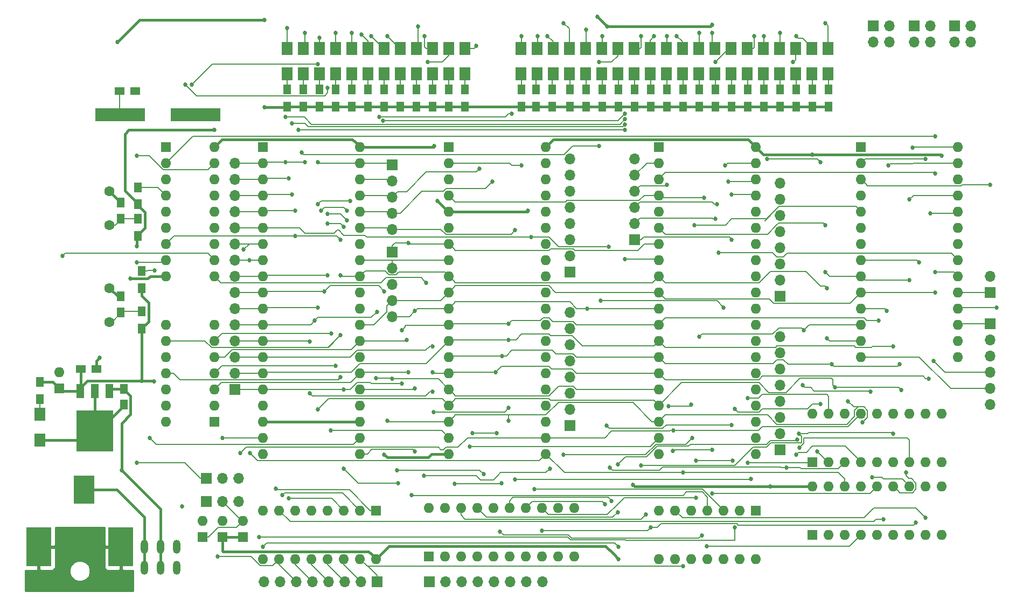
<source format=gtl>
G04 #@! TF.FileFunction,Copper,L1,Top,Signal*
%FSLAX46Y46*%
G04 Gerber Fmt 4.6, Leading zero omitted, Abs format (unit mm)*
G04 Created by KiCad (PCBNEW 4.0.3-stable) date 10/01/17 01:53:20*
%MOMM*%
%LPD*%
G01*
G04 APERTURE LIST*
%ADD10C,0.100000*%
%ADD11C,0.700000*%
%ADD12O,1.200000X2.200000*%
%ADD13R,1.700000X1.700000*%
%ADD14O,1.700000X1.700000*%
%ADD15R,1.700000X2.000000*%
%ADD16R,1.600000X1.600000*%
%ADD17O,1.600000X1.600000*%
%ADD18R,1.250000X1.500000*%
%ADD19R,1.500000X1.250000*%
%ADD20R,3.300000X4.400000*%
%ADD21R,3.900000X6.200000*%
%ADD22R,1.300000X1.500000*%
%ADD23C,1.600000*%
%ADD24R,1.200000X2.200000*%
%ADD25R,5.800000X6.400000*%
%ADD26R,2.750000X3.050000*%
%ADD27R,7.875000X2.000000*%
%ADD28C,0.685800*%
%ADD29C,0.152400*%
%ADD30C,0.457200*%
%ADD31C,0.254000*%
G04 APERTURE END LIST*
D10*
D11*
X82296000Y-128524000D03*
X83566000Y-128524000D03*
X84836000Y-128524000D03*
X86106000Y-128524000D03*
X87376000Y-128524000D03*
X88646000Y-128524000D03*
X82296000Y-127508000D03*
X83566000Y-127508000D03*
X84836000Y-127508000D03*
X86106000Y-127508000D03*
X87376000Y-127508000D03*
X88646000Y-127508000D03*
X82296000Y-126492000D03*
X83566000Y-126492000D03*
X84836000Y-126492000D03*
X86106000Y-126492000D03*
X87376000Y-126492000D03*
X88646000Y-126492000D03*
X82296000Y-125476000D03*
X83566000Y-125476000D03*
X84836000Y-125476000D03*
X86106000Y-125476000D03*
X87376000Y-125476000D03*
X88646000Y-125476000D03*
X88646000Y-124460000D03*
X87376000Y-124460000D03*
X86106000Y-124460000D03*
X84836000Y-124460000D03*
X83566000Y-124460000D03*
D12*
X95631000Y-127002000D03*
X95631000Y-130302000D03*
X98171000Y-127002000D03*
X98171000Y-130302000D03*
X100711000Y-127002000D03*
X100711000Y-130302000D03*
D13*
X223012000Y-45085000D03*
D14*
X225552000Y-45085000D03*
X223012000Y-47625000D03*
X225552000Y-47625000D03*
D13*
X216662000Y-45085000D03*
D14*
X219202000Y-45085000D03*
X216662000Y-47625000D03*
X219202000Y-47625000D03*
D15*
X185274268Y-48672284D03*
X185274268Y-52672284D03*
X164954268Y-48672284D03*
X164954268Y-52672284D03*
X135854168Y-48641108D03*
X135854168Y-52641108D03*
D16*
X114300000Y-64135000D03*
D17*
X129540000Y-112395000D03*
X114300000Y-66675000D03*
X129540000Y-109855000D03*
X114300000Y-69215000D03*
X129540000Y-107315000D03*
X114300000Y-71755000D03*
X129540000Y-104775000D03*
X114300000Y-74295000D03*
X129540000Y-102235000D03*
X114300000Y-76835000D03*
X129540000Y-99695000D03*
X114300000Y-79375000D03*
X129540000Y-97155000D03*
X114300000Y-81915000D03*
X129540000Y-94615000D03*
X114300000Y-84455000D03*
X129540000Y-92075000D03*
X114300000Y-86995000D03*
X129540000Y-89535000D03*
X114300000Y-89535000D03*
X129540000Y-86995000D03*
X114300000Y-92075000D03*
X129540000Y-84455000D03*
X114300000Y-94615000D03*
X129540000Y-81915000D03*
X114300000Y-97155000D03*
X129540000Y-79375000D03*
X114300000Y-99695000D03*
X129540000Y-76835000D03*
X114300000Y-102235000D03*
X129540000Y-74295000D03*
X114300000Y-104775000D03*
X129540000Y-71755000D03*
X114300000Y-107315000D03*
X129540000Y-69215000D03*
X114300000Y-109855000D03*
X129540000Y-66675000D03*
X114300000Y-112395000D03*
X129540000Y-64135000D03*
D18*
X91948000Y-90150000D03*
X91948000Y-87650000D03*
X91948000Y-75418000D03*
X91948000Y-72918000D03*
D19*
X94214000Y-55372000D03*
X91714000Y-55372000D03*
D18*
X92456000Y-102148000D03*
X92456000Y-104648000D03*
D19*
X85618000Y-99060000D03*
X88118000Y-99060000D03*
D20*
X86198000Y-118000000D03*
D21*
X79048000Y-127000000D03*
X91948000Y-127000000D03*
D16*
X107950000Y-125476000D03*
D17*
X107950000Y-122936000D03*
D16*
X82296000Y-102108000D03*
D17*
X82296000Y-99568000D03*
D15*
X203054268Y-48672284D03*
X203054268Y-52672284D03*
X182734268Y-48672284D03*
X182734268Y-52672284D03*
X200514268Y-48672284D03*
X200514268Y-52672284D03*
X180194268Y-48672284D03*
X180194268Y-52672284D03*
X197974268Y-48672284D03*
X197974268Y-52672284D03*
X177654268Y-48672284D03*
X177654268Y-52672284D03*
X195434268Y-48672284D03*
X195434268Y-52672284D03*
X175114268Y-48672284D03*
X175114268Y-52672284D03*
X192894268Y-48672284D03*
X192894268Y-52672284D03*
X172574268Y-48672284D03*
X172574268Y-52672284D03*
X190354268Y-48672284D03*
X190354268Y-52672284D03*
X170034268Y-48672284D03*
X170034268Y-52672284D03*
X187814268Y-48672284D03*
X187814268Y-52672284D03*
X167494268Y-48672284D03*
X167494268Y-52672284D03*
X162414268Y-48672284D03*
X162414268Y-52672284D03*
X159874268Y-48672284D03*
X159874268Y-52672284D03*
X133314168Y-48641108D03*
X133314168Y-52641108D03*
X157334268Y-48672284D03*
X157334268Y-52672284D03*
X130774168Y-48641108D03*
X130774168Y-52641108D03*
X154794268Y-48672284D03*
X154794268Y-52672284D03*
X128234168Y-48641108D03*
X128234168Y-52641108D03*
X123154168Y-48641108D03*
X123154168Y-52641108D03*
X125694168Y-48641108D03*
X125694168Y-52641108D03*
X120614168Y-48641108D03*
X120614168Y-52641108D03*
X118074168Y-48641108D03*
X118074168Y-52641108D03*
X146014168Y-48641108D03*
X146014168Y-52641108D03*
X143474168Y-48641108D03*
X143474168Y-52641108D03*
X140934168Y-48641108D03*
X140934168Y-52641108D03*
X138394168Y-48641108D03*
X138394168Y-52641108D03*
X79248000Y-110204000D03*
X79248000Y-106204000D03*
D13*
X105410000Y-116205000D03*
D14*
X107950000Y-116205000D03*
X110490000Y-116205000D03*
D13*
X162560000Y-107950000D03*
D14*
X162560000Y-105410000D03*
X162560000Y-102870000D03*
X162560000Y-100330000D03*
X162560000Y-97790000D03*
X162560000Y-95250000D03*
X162560000Y-92710000D03*
X162560000Y-90170000D03*
D13*
X162560000Y-83820000D03*
D14*
X162560000Y-81280000D03*
X162560000Y-78740000D03*
X162560000Y-76200000D03*
X162560000Y-73660000D03*
X162560000Y-71120000D03*
X162560000Y-68580000D03*
X162560000Y-66040000D03*
D13*
X228600000Y-86995000D03*
D14*
X228600000Y-84455000D03*
D13*
X172720000Y-78740000D03*
D14*
X172720000Y-76200000D03*
X172720000Y-73660000D03*
X172720000Y-71120000D03*
X172720000Y-68580000D03*
X172720000Y-66040000D03*
D13*
X195580000Y-111760000D03*
D14*
X195580000Y-109220000D03*
X195580000Y-106680000D03*
X195580000Y-104140000D03*
X195580000Y-101600000D03*
X195580000Y-99060000D03*
X195580000Y-96520000D03*
X195580000Y-93980000D03*
D13*
X195580000Y-87630000D03*
D14*
X195580000Y-85090000D03*
X195580000Y-82550000D03*
X195580000Y-80010000D03*
X195580000Y-77470000D03*
X195580000Y-74930000D03*
X195580000Y-72390000D03*
X195580000Y-69850000D03*
D13*
X210185000Y-45085000D03*
D14*
X212725000Y-45085000D03*
X210185000Y-47625000D03*
X212725000Y-47625000D03*
D22*
X94615000Y-73185000D03*
X94615000Y-70485000D03*
X95250000Y-90010000D03*
X95250000Y-92710000D03*
X94615000Y-75405000D03*
X94615000Y-78105000D03*
X95250000Y-83660000D03*
X95250000Y-86360000D03*
X203200000Y-57818000D03*
X203200000Y-55118000D03*
X182880000Y-57818000D03*
X182880000Y-55118000D03*
X200660000Y-57818000D03*
X200660000Y-55118000D03*
X180340000Y-57818000D03*
X180340000Y-55118000D03*
X198120000Y-57818000D03*
X198120000Y-55118000D03*
X177800000Y-57818000D03*
X177800000Y-55118000D03*
X195580000Y-57818000D03*
X195580000Y-55118000D03*
X175260000Y-57818000D03*
X175260000Y-55118000D03*
X193040000Y-57818000D03*
X193040000Y-55118000D03*
X172720000Y-57818000D03*
X172720000Y-55118000D03*
X190500000Y-57818000D03*
X190500000Y-55118000D03*
X170180000Y-57818000D03*
X170180000Y-55118000D03*
X187960000Y-57818000D03*
X187960000Y-55118000D03*
X167640000Y-57818000D03*
X167640000Y-55118000D03*
X185420000Y-57818000D03*
X185420000Y-55118000D03*
X165100000Y-57818000D03*
X165100000Y-55118000D03*
X162560000Y-57818000D03*
X162560000Y-55118000D03*
X135890000Y-57818000D03*
X135890000Y-55118000D03*
X159766000Y-57818000D03*
X159766000Y-55118000D03*
X133350000Y-57818000D03*
X133350000Y-55118000D03*
X157226000Y-57818000D03*
X157226000Y-55118000D03*
X130810000Y-57818000D03*
X130810000Y-55118000D03*
X154940000Y-57818000D03*
X154940000Y-55118000D03*
X128270000Y-57818000D03*
X128270000Y-55118000D03*
X123190000Y-57818000D03*
X123190000Y-55118000D03*
X125730000Y-57818000D03*
X125730000Y-55118000D03*
X120650000Y-57818000D03*
X120650000Y-55118000D03*
X118110000Y-57818000D03*
X118110000Y-55118000D03*
X146050000Y-57818000D03*
X146050000Y-55118000D03*
X143510000Y-57818000D03*
X143510000Y-55118000D03*
X140970000Y-57818000D03*
X140970000Y-55118000D03*
X138430000Y-57818000D03*
X138430000Y-55118000D03*
X79248000Y-103792000D03*
X79248000Y-101092000D03*
D23*
X90170000Y-91660000D03*
X90170000Y-86360000D03*
X90170000Y-76420000D03*
X90170000Y-71120000D03*
D16*
X99060000Y-64135000D03*
D17*
X106680000Y-84455000D03*
X99060000Y-66675000D03*
X106680000Y-81915000D03*
X99060000Y-69215000D03*
X106680000Y-79375000D03*
X99060000Y-71755000D03*
X106680000Y-76835000D03*
X99060000Y-74295000D03*
X106680000Y-74295000D03*
X99060000Y-76835000D03*
X106680000Y-71755000D03*
X99060000Y-79375000D03*
X106680000Y-69215000D03*
X99060000Y-81915000D03*
X106680000Y-66675000D03*
X99060000Y-84455000D03*
X106680000Y-64135000D03*
D16*
X143510000Y-64135000D03*
D17*
X158750000Y-112395000D03*
X143510000Y-66675000D03*
X158750000Y-109855000D03*
X143510000Y-69215000D03*
X158750000Y-107315000D03*
X143510000Y-71755000D03*
X158750000Y-104775000D03*
X143510000Y-74295000D03*
X158750000Y-102235000D03*
X143510000Y-76835000D03*
X158750000Y-99695000D03*
X143510000Y-79375000D03*
X158750000Y-97155000D03*
X143510000Y-81915000D03*
X158750000Y-94615000D03*
X143510000Y-84455000D03*
X158750000Y-92075000D03*
X143510000Y-86995000D03*
X158750000Y-89535000D03*
X143510000Y-89535000D03*
X158750000Y-86995000D03*
X143510000Y-92075000D03*
X158750000Y-84455000D03*
X143510000Y-94615000D03*
X158750000Y-81915000D03*
X143510000Y-97155000D03*
X158750000Y-79375000D03*
X143510000Y-99695000D03*
X158750000Y-76835000D03*
X143510000Y-102235000D03*
X158750000Y-74295000D03*
X143510000Y-104775000D03*
X158750000Y-71755000D03*
X143510000Y-107315000D03*
X158750000Y-69215000D03*
X143510000Y-109855000D03*
X158750000Y-66675000D03*
X143510000Y-112395000D03*
X158750000Y-64135000D03*
D16*
X176530000Y-64135000D03*
D17*
X191770000Y-112395000D03*
X176530000Y-66675000D03*
X191770000Y-109855000D03*
X176530000Y-69215000D03*
X191770000Y-107315000D03*
X176530000Y-71755000D03*
X191770000Y-104775000D03*
X176530000Y-74295000D03*
X191770000Y-102235000D03*
X176530000Y-76835000D03*
X191770000Y-99695000D03*
X176530000Y-79375000D03*
X191770000Y-97155000D03*
X176530000Y-81915000D03*
X191770000Y-94615000D03*
X176530000Y-84455000D03*
X191770000Y-92075000D03*
X176530000Y-86995000D03*
X191770000Y-89535000D03*
X176530000Y-89535000D03*
X191770000Y-86995000D03*
X176530000Y-92075000D03*
X191770000Y-84455000D03*
X176530000Y-94615000D03*
X191770000Y-81915000D03*
X176530000Y-97155000D03*
X191770000Y-79375000D03*
X176530000Y-99695000D03*
X191770000Y-76835000D03*
X176530000Y-102235000D03*
X191770000Y-74295000D03*
X176530000Y-104775000D03*
X191770000Y-71755000D03*
X176530000Y-107315000D03*
X191770000Y-69215000D03*
X176530000Y-109855000D03*
X191770000Y-66675000D03*
X176530000Y-112395000D03*
X191770000Y-64135000D03*
D16*
X208280000Y-64135000D03*
D17*
X223520000Y-97155000D03*
X208280000Y-66675000D03*
X223520000Y-94615000D03*
X208280000Y-69215000D03*
X223520000Y-92075000D03*
X208280000Y-71755000D03*
X223520000Y-89535000D03*
X208280000Y-74295000D03*
X223520000Y-86995000D03*
X208280000Y-76835000D03*
X223520000Y-84455000D03*
X208280000Y-79375000D03*
X223520000Y-81915000D03*
X208280000Y-81915000D03*
X223520000Y-79375000D03*
X208280000Y-84455000D03*
X223520000Y-76835000D03*
X208280000Y-86995000D03*
X223520000Y-74295000D03*
X208280000Y-89535000D03*
X223520000Y-71755000D03*
X208280000Y-92075000D03*
X223520000Y-69215000D03*
X208280000Y-94615000D03*
X223520000Y-66675000D03*
X208280000Y-97155000D03*
X223520000Y-64135000D03*
D16*
X191770000Y-121285000D03*
D17*
X176530000Y-128905000D03*
X189230000Y-121285000D03*
X179070000Y-128905000D03*
X186690000Y-121285000D03*
X181610000Y-128905000D03*
X184150000Y-121285000D03*
X184150000Y-128905000D03*
X181610000Y-121285000D03*
X186690000Y-128905000D03*
X179070000Y-121285000D03*
X189230000Y-128905000D03*
X176530000Y-121285000D03*
X191770000Y-128905000D03*
D16*
X132080000Y-121285000D03*
D17*
X114300000Y-128905000D03*
X129540000Y-121285000D03*
X116840000Y-128905000D03*
X127000000Y-121285000D03*
X119380000Y-128905000D03*
X124460000Y-121285000D03*
X121920000Y-128905000D03*
X121920000Y-121285000D03*
X124460000Y-128905000D03*
X119380000Y-121285000D03*
X127000000Y-128905000D03*
X116840000Y-121285000D03*
X129540000Y-128905000D03*
X114300000Y-121285000D03*
X132080000Y-128905000D03*
D16*
X200660000Y-125095000D03*
D17*
X220980000Y-117475000D03*
X203200000Y-125095000D03*
X218440000Y-117475000D03*
X205740000Y-125095000D03*
X215900000Y-117475000D03*
X208280000Y-125095000D03*
X213360000Y-117475000D03*
X210820000Y-125095000D03*
X210820000Y-117475000D03*
X213360000Y-125095000D03*
X208280000Y-117475000D03*
X215900000Y-125095000D03*
X205740000Y-117475000D03*
X218440000Y-125095000D03*
X203200000Y-117475000D03*
X220980000Y-125095000D03*
X200660000Y-117475000D03*
D16*
X200660000Y-113665000D03*
D17*
X220980000Y-106045000D03*
X203200000Y-113665000D03*
X218440000Y-106045000D03*
X205740000Y-113665000D03*
X215900000Y-106045000D03*
X208280000Y-113665000D03*
X213360000Y-106045000D03*
X210820000Y-113665000D03*
X210820000Y-106045000D03*
X213360000Y-113665000D03*
X208280000Y-106045000D03*
X215900000Y-113665000D03*
X205740000Y-106045000D03*
X218440000Y-113665000D03*
X203200000Y-106045000D03*
X220980000Y-113665000D03*
X200660000Y-106045000D03*
D16*
X106680000Y-107315000D03*
D17*
X99060000Y-92075000D03*
X106680000Y-104775000D03*
X99060000Y-94615000D03*
X106680000Y-102235000D03*
X99060000Y-97155000D03*
X106680000Y-99695000D03*
X99060000Y-99695000D03*
X106680000Y-97155000D03*
X99060000Y-102235000D03*
X106680000Y-94615000D03*
X99060000Y-104775000D03*
X106680000Y-92075000D03*
X99060000Y-107315000D03*
D24*
X90164000Y-102489000D03*
X87884000Y-102489000D03*
X85604000Y-102489000D03*
D25*
X87884000Y-108789000D03*
D26*
X86359000Y-110464000D03*
X89409000Y-107114000D03*
X89409000Y-110464000D03*
X86359000Y-107114000D03*
D27*
X91852500Y-59055000D03*
X103727500Y-59055000D03*
D13*
X105410000Y-119888000D03*
D14*
X107950000Y-119888000D03*
X110490000Y-119888000D03*
D13*
X228600000Y-91948000D03*
D14*
X228600000Y-94488000D03*
X228600000Y-97028000D03*
X228600000Y-99568000D03*
X228600000Y-102108000D03*
X228600000Y-104648000D03*
D13*
X109855000Y-102235000D03*
D14*
X109855000Y-99695000D03*
X109855000Y-97155000D03*
X109855000Y-94615000D03*
X109855000Y-92075000D03*
X109855000Y-89535000D03*
X109855000Y-86995000D03*
X109855000Y-84455000D03*
X109855000Y-81915000D03*
X109855000Y-79375000D03*
X109855000Y-76835000D03*
X109855000Y-74295000D03*
X109855000Y-71755000D03*
X109855000Y-69215000D03*
X109855000Y-66675000D03*
D13*
X134620000Y-80645000D03*
D14*
X134620000Y-83185000D03*
X134620000Y-85725000D03*
X134620000Y-88265000D03*
X134620000Y-90805000D03*
D13*
X134620000Y-66929000D03*
D14*
X134620000Y-69469000D03*
X134620000Y-72009000D03*
X134620000Y-74549000D03*
X134620000Y-77089000D03*
D13*
X140462000Y-132461000D03*
D14*
X143002000Y-132461000D03*
X145542000Y-132461000D03*
X148082000Y-132461000D03*
X150622000Y-132461000D03*
X153162000Y-132461000D03*
X155702000Y-132461000D03*
X158242000Y-132461000D03*
D13*
X132207000Y-132461000D03*
D14*
X129667000Y-132461000D03*
X127127000Y-132461000D03*
X124587000Y-132461000D03*
X122047000Y-132461000D03*
X119507000Y-132461000D03*
X116967000Y-132461000D03*
X114427000Y-132461000D03*
D16*
X140335000Y-128524000D03*
D17*
X163195000Y-120904000D03*
X142875000Y-128524000D03*
X160655000Y-120904000D03*
X145415000Y-128524000D03*
X158115000Y-120904000D03*
X147955000Y-128524000D03*
X155575000Y-120904000D03*
X150495000Y-128524000D03*
X153035000Y-120904000D03*
X153035000Y-128524000D03*
X150495000Y-120904000D03*
X155575000Y-128524000D03*
X147955000Y-120904000D03*
X158115000Y-128524000D03*
X145415000Y-120904000D03*
X160655000Y-128524000D03*
X142875000Y-120904000D03*
X163195000Y-128524000D03*
X140335000Y-120904000D03*
D16*
X111125000Y-125476000D03*
D17*
X111125000Y-122936000D03*
D16*
X104775000Y-125476000D03*
D17*
X104775000Y-122936000D03*
D11*
X82296000Y-124460000D03*
D28*
X88646000Y-97282000D03*
X133350000Y-112522000D03*
X93472000Y-84836000D03*
X94488000Y-65532000D03*
X94214000Y-55372000D03*
X184912000Y-44958000D03*
X168402000Y-45212000D03*
X166878000Y-43688000D03*
X114554000Y-57912000D03*
X114554000Y-44195000D03*
X91440000Y-47625000D03*
X92075000Y-114935000D03*
X106680000Y-61468000D03*
X94488000Y-79756000D03*
X155956000Y-74168000D03*
X141224000Y-64008000D03*
X141732000Y-72644000D03*
X220980000Y-65532000D03*
X95250000Y-100931800D03*
X170180000Y-128905000D03*
X200660000Y-65316001D03*
X101600000Y-120650000D03*
X97155000Y-100965000D03*
X194056000Y-117475000D03*
X172466000Y-117221000D03*
X82804000Y-81280000D03*
X202692000Y-44704000D03*
X182880000Y-46228000D03*
X198120000Y-46736000D03*
X179324000Y-46736000D03*
X197612000Y-50800000D03*
X177800000Y-46736000D03*
X195580000Y-46228000D03*
X175768000Y-46736000D03*
X193040000Y-46736000D03*
X173736000Y-46736000D03*
X191516000Y-46736000D03*
X167132000Y-50800000D03*
X185420000Y-50800000D03*
X167640000Y-46736000D03*
X184912000Y-46228000D03*
X165100000Y-45720000D03*
X161544000Y-44704000D03*
X133858000Y-46736000D03*
X159004000Y-46736000D03*
X131318000Y-46736000D03*
X157480000Y-46736000D03*
X129794000Y-46482000D03*
X154940000Y-46736000D03*
X128270000Y-46228000D03*
X123190000Y-46990000D03*
X125730000Y-46228000D03*
X120904000Y-46228000D03*
X118110000Y-45466000D03*
X147828000Y-48260000D03*
X140208000Y-50800000D03*
X139700000Y-46736000D03*
X138684000Y-45212000D03*
X94488000Y-82296000D03*
X94488000Y-113792000D03*
X107950000Y-109855000D03*
X228600000Y-70104000D03*
X187960000Y-71628000D03*
X187960000Y-78740000D03*
X187452000Y-69596000D03*
X185420000Y-75438000D03*
X186944000Y-67056000D03*
X185674000Y-73152000D03*
X177800000Y-70104000D03*
X138176000Y-112014000D03*
X183642000Y-72136000D03*
X185928000Y-80772000D03*
X139954000Y-85471000D03*
X219964000Y-68326000D03*
X219964000Y-83820000D03*
X219964000Y-62484000D03*
X96520000Y-109855000D03*
X103727500Y-59055000D03*
X120904000Y-66548000D03*
X117856000Y-66548000D03*
X117856000Y-59436000D03*
X171196000Y-59766203D03*
X118364000Y-119380000D03*
X118364000Y-69088000D03*
X118872000Y-60452000D03*
X171196000Y-60604406D03*
X119888000Y-61468000D03*
X117348000Y-118872000D03*
X118872000Y-71628000D03*
X171196000Y-61468000D03*
X116332000Y-117856000D03*
X119380000Y-74168000D03*
X120396000Y-65024000D03*
X167132000Y-64008000D03*
X156464000Y-78346399D03*
X168656000Y-79818601D03*
X137160000Y-99568000D03*
X137668000Y-118872000D03*
X111252000Y-80264000D03*
X110744000Y-112268000D03*
X178816000Y-108712000D03*
X112141000Y-81915000D03*
X180340000Y-115316000D03*
X112268000Y-112268000D03*
X137160000Y-79248000D03*
X136906000Y-94488000D03*
X158115000Y-124460000D03*
X217424000Y-82296000D03*
X216916000Y-123190000D03*
X175260000Y-123952000D03*
X146812000Y-111252000D03*
X124968000Y-108712000D03*
X124460000Y-84328000D03*
X124460000Y-76200000D03*
X127000000Y-76708000D03*
X219964000Y-86995000D03*
X126492000Y-100330000D03*
X152908000Y-107188000D03*
X206248000Y-104140000D03*
X210058000Y-116078000D03*
X208534000Y-107442000D03*
X133350000Y-86868000D03*
X133858000Y-107188000D03*
X123952000Y-86868000D03*
X124460000Y-74676000D03*
X127508000Y-75692000D03*
X147193000Y-109093000D03*
X151003000Y-109093000D03*
X204216000Y-101918398D03*
X215392000Y-115316000D03*
X214630000Y-102362000D03*
X122936000Y-105410000D03*
X122936000Y-89408000D03*
X123444000Y-74168000D03*
X127508000Y-74168000D03*
X132080000Y-100457000D03*
X132207000Y-90043000D03*
X178689000Y-111887000D03*
X184912000Y-111760000D03*
X135382000Y-114935000D03*
X148971000Y-115570000D03*
X178054000Y-104902000D03*
X181610000Y-104648000D03*
X182118000Y-76454000D03*
X184912000Y-118618000D03*
X134620000Y-100584000D03*
X122428000Y-91440000D03*
X122936000Y-73152000D03*
X128016000Y-72644000D03*
X126492000Y-93726000D03*
X202946000Y-94234000D03*
X202946000Y-86360000D03*
X126492000Y-84328000D03*
X121666000Y-94742000D03*
X218440000Y-66040000D03*
X218948000Y-100584000D03*
X140970000Y-99568000D03*
X140970000Y-102616000D03*
X121666000Y-102870000D03*
X150876000Y-99568000D03*
X151765000Y-116967000D03*
X144399000Y-117094000D03*
X203708000Y-98298000D03*
X214376000Y-98298000D03*
X140970000Y-95504000D03*
X151892000Y-97028000D03*
X152908000Y-105156000D03*
X141097000Y-105791000D03*
X216408000Y-64262000D03*
X213360000Y-95504000D03*
X152908000Y-94488000D03*
X153924000Y-116408201D03*
X191008000Y-116332000D03*
X153924000Y-77216000D03*
X127000000Y-102235000D03*
X127000000Y-114681000D03*
X135509000Y-116967000D03*
X212598000Y-67056000D03*
X211074000Y-91440000D03*
X136144000Y-92964000D03*
X136080500Y-101346000D03*
X152908000Y-91948000D03*
X150368000Y-69596000D03*
X148336000Y-67564000D03*
X153416000Y-58928000D03*
X132588000Y-59436000D03*
X122936000Y-66548000D03*
X133180698Y-60028698D03*
X171196000Y-58928000D03*
X156972000Y-117932209D03*
X154940000Y-67056000D03*
X215900000Y-85090000D03*
X215900000Y-72390000D03*
X202692000Y-83820000D03*
X202692000Y-76454000D03*
X182880000Y-93980000D03*
X181737000Y-109855000D03*
X161544000Y-112522000D03*
X159385000Y-114681000D03*
X139573000Y-115824000D03*
X199244268Y-92964000D03*
X209804000Y-102616000D03*
X199136000Y-101600000D03*
X113665000Y-125476000D03*
X188468000Y-123952000D03*
X218440000Y-122428000D03*
X186690000Y-89408000D03*
X167386000Y-88265000D03*
X190500000Y-103632000D03*
X188087000Y-113411000D03*
X182372000Y-113411000D03*
X182372000Y-119253000D03*
X190500000Y-113792000D03*
X201930000Y-104521000D03*
X188468000Y-105283000D03*
X187960000Y-107823000D03*
X168275000Y-107950000D03*
X168021000Y-120269000D03*
X201422000Y-112014000D03*
X201930000Y-66548000D03*
X193548000Y-66040000D03*
X168783000Y-114554000D03*
X169037000Y-119761000D03*
X196596000Y-114554000D03*
X151523601Y-124587000D03*
X184023000Y-126873000D03*
X183261000Y-125222000D03*
X198120000Y-112522000D03*
X198247000Y-110109000D03*
X170053000Y-114046000D03*
X170053000Y-121539000D03*
X198628000Y-111379000D03*
X173736000Y-114173000D03*
X174498000Y-121920000D03*
X213360000Y-109220000D03*
X198501000Y-109220000D03*
X124460000Y-54864000D03*
X102108000Y-54356000D03*
X122936000Y-51145806D03*
X103124000Y-54356000D03*
X125730000Y-98552000D03*
X125044200Y-93472000D03*
X219202000Y-74549000D03*
X219710000Y-97790000D03*
X229616000Y-89408000D03*
X119380000Y-78105000D03*
X97282000Y-83566000D03*
X126492000Y-78740000D03*
X165227000Y-89535000D03*
X138176000Y-89916000D03*
X138176000Y-102108000D03*
X180340000Y-130048000D03*
X107188000Y-128524000D03*
X171196000Y-81788000D03*
X170180000Y-127000000D03*
X114300000Y-127000000D03*
X212344000Y-89916000D03*
X211836000Y-122682000D03*
D29*
X95250000Y-90010000D02*
X92088000Y-90010000D01*
X92088000Y-90010000D02*
X91948000Y-90150000D01*
X91948000Y-90150000D02*
X91948000Y-90275000D01*
X91948000Y-90275000D02*
X90563000Y-91660000D01*
X90563000Y-91660000D02*
X90170000Y-91660000D01*
D30*
X88118000Y-99060000D02*
X88118000Y-97810000D01*
X88118000Y-97810000D02*
X88646000Y-97282000D01*
X134874000Y-112966391D02*
X133794391Y-112966391D01*
X133794391Y-112966391D02*
X133350000Y-112522000D01*
X140271609Y-112966391D02*
X134874000Y-112966391D01*
X140779391Y-112395000D02*
X140779391Y-112458609D01*
X140779391Y-112458609D02*
X140271609Y-112966391D01*
X143510000Y-112395000D02*
X140779391Y-112395000D01*
X114300000Y-107315000D02*
X115431370Y-107315000D01*
X115431370Y-107315000D02*
X129540000Y-107315000D01*
X99060000Y-84455000D02*
X96540802Y-84455000D01*
X96540802Y-84455000D02*
X96159802Y-84836000D01*
X96159802Y-84836000D02*
X93472000Y-84836000D01*
X80555200Y-110204000D02*
X79248000Y-110204000D01*
X79248000Y-110204000D02*
X86099000Y-110204000D01*
X86099000Y-110204000D02*
X86359000Y-110464000D01*
X92456000Y-104648000D02*
X92456000Y-104773000D01*
X92456000Y-104773000D02*
X88440000Y-108789000D01*
X91948000Y-87650000D02*
X91460000Y-87650000D01*
X91460000Y-87650000D02*
X90170000Y-86360000D01*
X91948000Y-72918000D02*
X91948000Y-72898000D01*
X91948000Y-72898000D02*
X90170000Y-71120000D01*
X87884000Y-102489000D02*
X87884000Y-105589000D01*
X87884000Y-105589000D02*
X89409000Y-107114000D01*
D29*
X94615000Y-75405000D02*
X91961000Y-75405000D01*
X91961000Y-75405000D02*
X91948000Y-75418000D01*
X91948000Y-75418000D02*
X91948000Y-75543000D01*
X91948000Y-75543000D02*
X91071000Y-76420000D01*
X91071000Y-76420000D02*
X90170000Y-76420000D01*
X94488000Y-65532000D02*
X96394670Y-65532000D01*
X105651399Y-67703601D02*
X105880001Y-67474999D01*
X96394670Y-65532000D02*
X98566271Y-67703601D01*
X98566271Y-67703601D02*
X105651399Y-67703601D01*
X105880001Y-67474999D02*
X106680000Y-66675000D01*
X91714000Y-55372000D02*
X91714000Y-58916500D01*
X91714000Y-58916500D02*
X91852500Y-59055000D01*
D30*
X98171000Y-127002000D02*
X98171000Y-121031000D01*
X98171000Y-121031000D02*
X92075000Y-114935000D01*
X98171000Y-127002000D02*
X98171000Y-130302000D01*
X93462001Y-106181999D02*
X92075000Y-107569000D01*
X92075000Y-107569000D02*
X92075000Y-114935000D01*
X92456000Y-102148000D02*
X92456000Y-102273000D01*
X92456000Y-102273000D02*
X93462001Y-103279001D01*
X93462001Y-103279001D02*
X93462001Y-106181999D01*
X158750000Y-57818000D02*
X201930000Y-57818000D01*
X201930000Y-57818000D02*
X203200000Y-57818000D01*
X200660000Y-57818000D02*
X201930000Y-57818000D01*
X198120000Y-57818000D02*
X200660000Y-57818000D01*
X195580000Y-57818000D02*
X198120000Y-57818000D01*
X193040000Y-57818000D02*
X195580000Y-57818000D01*
X190500000Y-57818000D02*
X193040000Y-57818000D01*
X187960000Y-57818000D02*
X190500000Y-57818000D01*
X185420000Y-57818000D02*
X187960000Y-57818000D01*
X182880000Y-57818000D02*
X185420000Y-57818000D01*
X182880000Y-57818000D02*
X180340000Y-57818000D01*
X177800000Y-57818000D02*
X180340000Y-57818000D01*
X175260000Y-57818000D02*
X172720000Y-57818000D01*
X175260000Y-57818000D02*
X177800000Y-57818000D01*
X170180000Y-57818000D02*
X172720000Y-57818000D01*
X170180000Y-57818000D02*
X167640000Y-57818000D01*
X165100000Y-57818000D02*
X167640000Y-57818000D01*
X165100000Y-57818000D02*
X162560000Y-57818000D01*
X157226000Y-57818000D02*
X159766000Y-57818000D01*
X125730000Y-57818000D02*
X158750000Y-57818000D01*
X157226000Y-57818000D02*
X158750000Y-57818000D01*
X154940000Y-57818000D02*
X157226000Y-57818000D01*
X146050000Y-57818000D02*
X154940000Y-57818000D01*
X143510000Y-57818000D02*
X146050000Y-57818000D01*
X140970000Y-57818000D02*
X143510000Y-57818000D01*
X138430000Y-57818000D02*
X140970000Y-57818000D01*
X135890000Y-57818000D02*
X138430000Y-57818000D01*
X133350000Y-57818000D02*
X135890000Y-57818000D01*
X130810000Y-57818000D02*
X133350000Y-57818000D01*
X128270000Y-57818000D02*
X130810000Y-57818000D01*
X125730000Y-57818000D02*
X128270000Y-57818000D01*
X123190000Y-57818000D02*
X125730000Y-57818000D01*
X120650000Y-57818000D02*
X123190000Y-57818000D01*
X118110000Y-57818000D02*
X120650000Y-57818000D01*
X168402000Y-45212000D02*
X184658000Y-45212000D01*
X184658000Y-45212000D02*
X184912000Y-44958000D01*
X166878000Y-43688000D02*
X168402000Y-45212000D01*
X114554000Y-57912000D02*
X118016000Y-57912000D01*
X118016000Y-57912000D02*
X118110000Y-57818000D01*
X94870000Y-44195000D02*
X114554000Y-44195000D01*
X91440000Y-47625000D02*
X94870000Y-44195000D01*
X92456000Y-102148000D02*
X90505000Y-102148000D01*
X90505000Y-102148000D02*
X90164000Y-102489000D01*
X111125000Y-125476000D02*
X107950000Y-125476000D01*
X107950000Y-125476000D02*
X107950000Y-127635000D01*
X107950000Y-127635000D02*
X108038999Y-127723999D01*
X106680000Y-61468000D02*
X93218000Y-61468000D01*
X92583000Y-62103000D02*
X92583000Y-71053000D01*
X93218000Y-61468000D02*
X92583000Y-62103000D01*
X92583000Y-71053000D02*
X94615000Y-73085000D01*
X94615000Y-73085000D02*
X94615000Y-73185000D01*
X95250000Y-92710000D02*
X95250000Y-93917200D01*
X95250000Y-93917200D02*
X95250000Y-100931800D01*
X95250000Y-92710000D02*
X95250000Y-92610000D01*
X95250000Y-92610000D02*
X96281001Y-91578999D01*
X96281001Y-91578999D02*
X96281001Y-88598201D01*
X96281001Y-88598201D02*
X95250000Y-87567200D01*
X95250000Y-87567200D02*
X95250000Y-86360000D01*
X94615000Y-73185000D02*
X94615000Y-73285000D01*
X94615000Y-73285000D02*
X95722200Y-74392200D01*
X95722200Y-74392200D02*
X95722200Y-76897800D01*
X95722200Y-76897800D02*
X94615000Y-78005000D01*
X94615000Y-78005000D02*
X94615000Y-78105000D01*
X94488000Y-79756000D02*
X94488000Y-78232000D01*
X94488000Y-78232000D02*
X94615000Y-78105000D01*
X200660000Y-65316001D02*
X220764001Y-65316001D01*
X220764001Y-65316001D02*
X220980000Y-65532000D01*
X192951001Y-65316001D02*
X200660000Y-65316001D01*
X143510000Y-74295000D02*
X155829000Y-74295000D01*
X155829000Y-74295000D02*
X155956000Y-74168000D01*
X158623000Y-64008000D02*
X158750000Y-64135000D01*
X129540000Y-64135000D02*
X141097000Y-64135000D01*
X141097000Y-64135000D02*
X141224000Y-64008000D01*
X191770000Y-64135000D02*
X192951001Y-65316001D01*
X158750000Y-64135000D02*
X159931099Y-62953901D01*
X159931099Y-62953901D02*
X190588901Y-62953901D01*
X190588901Y-62953901D02*
X191770000Y-64135000D01*
X143510000Y-74295000D02*
X143383000Y-74295000D01*
X143383000Y-74295000D02*
X141732000Y-72644000D01*
X212509001Y-65316001D02*
X220764001Y-65316001D01*
X86661200Y-100931800D02*
X95250000Y-100931800D01*
X95250000Y-100931800D02*
X97121800Y-100931800D01*
X79248000Y-101092000D02*
X81280000Y-101092000D01*
X81280000Y-101092000D02*
X82296000Y-102108000D01*
X85618000Y-99060000D02*
X85618000Y-102475000D01*
X85618000Y-102475000D02*
X85604000Y-102489000D01*
X85604000Y-102489000D02*
X82677000Y-102489000D01*
X82677000Y-102489000D02*
X82296000Y-102108000D01*
X85604000Y-102489000D02*
X85604000Y-101989000D01*
X85604000Y-101989000D02*
X86661200Y-100931800D01*
X97121800Y-100931800D02*
X97155000Y-100965000D01*
X130898999Y-127723999D02*
X108038999Y-127723999D01*
X130898999Y-127723999D02*
X131280001Y-128105001D01*
X131280001Y-128105001D02*
X132080000Y-128905000D01*
X132080000Y-128905000D02*
X134112000Y-126873000D01*
X168148000Y-126873000D02*
X169380001Y-128105001D01*
X134112000Y-126873000D02*
X168148000Y-126873000D01*
X169380001Y-128105001D02*
X170180000Y-128905000D01*
X200660000Y-117475000D02*
X194056000Y-117475000D01*
X194056000Y-117475000D02*
X172720000Y-117475000D01*
X172720000Y-117475000D02*
X172466000Y-117221000D01*
X106680000Y-64135000D02*
X107861001Y-62953999D01*
X128740001Y-63335001D02*
X129540000Y-64135000D01*
X107861001Y-62953999D02*
X128358999Y-62953999D01*
X128358999Y-62953999D02*
X128740001Y-63335001D01*
X86198000Y-118000000D02*
X91330000Y-118000000D01*
X91330000Y-118000000D02*
X95631000Y-122301000D01*
X95631000Y-122301000D02*
X95631000Y-127002000D01*
X95631000Y-127002000D02*
X95631000Y-130302000D01*
D29*
X82804000Y-81280000D02*
X83197601Y-80886399D01*
X83197601Y-80886399D02*
X105651399Y-80886399D01*
X105651399Y-80886399D02*
X105880001Y-81115001D01*
X105880001Y-81115001D02*
X106680000Y-81915000D01*
X202692000Y-44704000D02*
X203054268Y-45066268D01*
X203054268Y-45066268D02*
X203054268Y-48672284D01*
X203200000Y-55118000D02*
X203200000Y-52818016D01*
X203200000Y-52818016D02*
X203054268Y-52672284D01*
X182880000Y-46228000D02*
X182880000Y-48526552D01*
X182880000Y-48526552D02*
X182734268Y-48672284D01*
X182880000Y-55118000D02*
X182880000Y-52818016D01*
X182880000Y-52818016D02*
X182734268Y-52672284D01*
X198120000Y-46736000D02*
X198462899Y-47078899D01*
X198462899Y-47078899D02*
X199070883Y-47078899D01*
X199070883Y-47078899D02*
X200514268Y-48522284D01*
X200514268Y-48522284D02*
X200514268Y-48672284D01*
X200660000Y-55118000D02*
X200660000Y-52818016D01*
X200660000Y-52818016D02*
X200514268Y-52672284D01*
X179324000Y-46736000D02*
X180194268Y-47606268D01*
X180194268Y-47606268D02*
X180194268Y-48672284D01*
X180340000Y-55118000D02*
X180340000Y-52818016D01*
X180340000Y-52818016D02*
X180194268Y-52672284D01*
X197612000Y-50800000D02*
X197974268Y-50437732D01*
X197974268Y-50437732D02*
X197974268Y-48672284D01*
X198120000Y-55118000D02*
X198120000Y-52818016D01*
X198120000Y-52818016D02*
X197974268Y-52672284D01*
X177800000Y-46736000D02*
X177800000Y-48526552D01*
X177800000Y-48526552D02*
X177654268Y-48672284D01*
X177800000Y-55118000D02*
X177800000Y-52818016D01*
X177800000Y-52818016D02*
X177654268Y-52672284D01*
X195580000Y-46228000D02*
X195580000Y-48526552D01*
X195580000Y-48526552D02*
X195434268Y-48672284D01*
X195580000Y-55118000D02*
X195580000Y-52818016D01*
X195580000Y-52818016D02*
X195434268Y-52672284D01*
X175768000Y-46736000D02*
X175114268Y-47389732D01*
X175114268Y-47389732D02*
X175114268Y-48672284D01*
X175260000Y-55118000D02*
X175260000Y-52818016D01*
X175260000Y-52818016D02*
X175114268Y-52672284D01*
X193040000Y-46736000D02*
X193040000Y-48526552D01*
X193040000Y-48526552D02*
X192894268Y-48672284D01*
X193040000Y-55118000D02*
X193040000Y-52818016D01*
X193040000Y-52818016D02*
X192894268Y-52672284D01*
X173736000Y-46736000D02*
X173736000Y-48512952D01*
X173736000Y-48512952D02*
X173576668Y-48672284D01*
X173576668Y-48672284D02*
X172574268Y-48672284D01*
X172720000Y-55118000D02*
X172720000Y-52818016D01*
X172720000Y-52818016D02*
X172574268Y-52672284D01*
X191516000Y-46736000D02*
X191516000Y-48512952D01*
X191516000Y-48512952D02*
X191356668Y-48672284D01*
X191356668Y-48672284D02*
X190354268Y-48672284D01*
X190500000Y-55118000D02*
X190500000Y-52818016D01*
X190500000Y-52818016D02*
X190354268Y-52672284D01*
X167132000Y-50800000D02*
X169058952Y-50800000D01*
X169058952Y-50800000D02*
X170034268Y-49824684D01*
X170034268Y-49824684D02*
X170034268Y-48672284D01*
X170180000Y-55118000D02*
X170180000Y-52818016D01*
X170180000Y-52818016D02*
X170034268Y-52672284D01*
X185420000Y-50800000D02*
X187547716Y-48672284D01*
X187547716Y-48672284D02*
X187814268Y-48672284D01*
X187960000Y-55118000D02*
X187960000Y-52818016D01*
X187960000Y-52818016D02*
X187814268Y-52672284D01*
X167640000Y-46736000D02*
X167640000Y-48526552D01*
X167640000Y-48526552D02*
X167494268Y-48672284D01*
X167640000Y-55118000D02*
X167640000Y-52818016D01*
X167640000Y-52818016D02*
X167494268Y-52672284D01*
X184912000Y-46228000D02*
X184912000Y-48310016D01*
X184912000Y-48310016D02*
X185274268Y-48672284D01*
X185420000Y-55118000D02*
X185420000Y-52818016D01*
X185420000Y-52818016D02*
X185274268Y-52672284D01*
X165100000Y-45720000D02*
X165100000Y-48526552D01*
X165100000Y-48526552D02*
X164954268Y-48672284D01*
X165100000Y-55118000D02*
X165100000Y-52818016D01*
X165100000Y-52818016D02*
X164954268Y-52672284D01*
X161544000Y-44704000D02*
X162414268Y-45574268D01*
X162414268Y-45574268D02*
X162414268Y-48672284D01*
X162560000Y-55118000D02*
X162560000Y-52818016D01*
X162560000Y-52818016D02*
X162414268Y-52672284D01*
X133858000Y-46736000D02*
X135763108Y-48641108D01*
X135763108Y-48641108D02*
X135854168Y-48641108D01*
X135890000Y-55118000D02*
X135890000Y-52676940D01*
X135890000Y-52676940D02*
X135854168Y-52641108D01*
X159004000Y-46736000D02*
X159874268Y-47606268D01*
X159874268Y-47606268D02*
X159874268Y-48672284D01*
X159766000Y-55118000D02*
X159766000Y-52780552D01*
X159766000Y-52780552D02*
X159874268Y-52672284D01*
X131318000Y-46736000D02*
X133223108Y-48641108D01*
X133223108Y-48641108D02*
X133314168Y-48641108D01*
X133350000Y-55118000D02*
X133350000Y-52676940D01*
X133350000Y-52676940D02*
X133314168Y-52641108D01*
X157480000Y-46736000D02*
X157480000Y-48526552D01*
X157480000Y-48526552D02*
X157334268Y-48672284D01*
X157226000Y-55118000D02*
X157226000Y-52780552D01*
X157226000Y-52780552D02*
X157334268Y-52672284D01*
X129794000Y-46482000D02*
X130774168Y-47462168D01*
X130774168Y-47462168D02*
X130774168Y-48641108D01*
X130810000Y-55118000D02*
X130810000Y-52676940D01*
X130810000Y-52676940D02*
X130774168Y-52641108D01*
X154940000Y-46736000D02*
X154940000Y-48526552D01*
X154940000Y-48526552D02*
X154794268Y-48672284D01*
X154940000Y-55118000D02*
X154940000Y-52818016D01*
X154940000Y-52818016D02*
X154794268Y-52672284D01*
X128270000Y-46228000D02*
X128270000Y-48605276D01*
X128270000Y-48605276D02*
X128234168Y-48641108D01*
X128270000Y-55118000D02*
X128270000Y-52676940D01*
X128270000Y-52676940D02*
X128234168Y-52641108D01*
X123190000Y-46990000D02*
X123190000Y-48605276D01*
X123190000Y-48605276D02*
X123154168Y-48641108D01*
X123190000Y-55118000D02*
X123190000Y-52676940D01*
X123190000Y-52676940D02*
X123154168Y-52641108D01*
X125730000Y-46228000D02*
X125730000Y-48605276D01*
X125730000Y-48605276D02*
X125694168Y-48641108D01*
X125730000Y-55118000D02*
X125730000Y-52676940D01*
X125730000Y-52676940D02*
X125694168Y-52641108D01*
X120904000Y-46228000D02*
X120904000Y-48351276D01*
X120904000Y-48351276D02*
X120614168Y-48641108D01*
X120650000Y-55118000D02*
X120650000Y-52676940D01*
X120650000Y-52676940D02*
X120614168Y-52641108D01*
X118110000Y-45466000D02*
X118110000Y-48605276D01*
X118110000Y-48605276D02*
X118074168Y-48641108D01*
X118110000Y-55118000D02*
X118110000Y-52676940D01*
X118110000Y-52676940D02*
X118074168Y-52641108D01*
X147828000Y-48260000D02*
X147446892Y-48641108D01*
X147446892Y-48641108D02*
X146014168Y-48641108D01*
X146050000Y-55118000D02*
X146050000Y-52676940D01*
X146050000Y-52676940D02*
X146014168Y-52641108D01*
X140208000Y-50800000D02*
X142467676Y-50800000D01*
X142467676Y-50800000D02*
X143474168Y-49793508D01*
X143474168Y-49793508D02*
X143474168Y-48641108D01*
X143510000Y-55118000D02*
X143510000Y-52676940D01*
X143510000Y-52676940D02*
X143474168Y-52641108D01*
X139700000Y-46736000D02*
X139700000Y-48409340D01*
X139700000Y-48409340D02*
X139931768Y-48641108D01*
X139931768Y-48641108D02*
X140934168Y-48641108D01*
X140970000Y-55118000D02*
X140970000Y-52676940D01*
X140970000Y-52676940D02*
X140934168Y-52641108D01*
X138684000Y-45212000D02*
X138684000Y-48351276D01*
X138684000Y-48351276D02*
X138394168Y-48641108D01*
X138684000Y-46736000D02*
X138684000Y-48351276D01*
X138430000Y-55118000D02*
X138430000Y-52676940D01*
X138430000Y-52676940D02*
X138394168Y-52641108D01*
X79248000Y-106204000D02*
X79248000Y-103792000D01*
X94488000Y-82296000D02*
X98679000Y-82296000D01*
X98679000Y-82296000D02*
X99060000Y-81915000D01*
X105410000Y-116205000D02*
X104407600Y-116205000D01*
X104407600Y-116205000D02*
X101994600Y-113792000D01*
X101994600Y-113792000D02*
X94488000Y-113792000D01*
X107950000Y-109855000D02*
X114300000Y-109855000D01*
X228600000Y-86995000D02*
X227597600Y-86995000D01*
X227597600Y-86995000D02*
X223520000Y-86995000D01*
X228600000Y-70104000D02*
X224153330Y-70104000D01*
X224153330Y-70104000D02*
X224013729Y-70243601D01*
X224013729Y-70243601D02*
X209308601Y-70243601D01*
X209308601Y-70243601D02*
X209079999Y-70014999D01*
X209079999Y-70014999D02*
X208280000Y-69215000D01*
X187960000Y-71628000D02*
X191643000Y-71628000D01*
X191643000Y-71628000D02*
X191770000Y-71755000D01*
X172720000Y-78740000D02*
X173722400Y-78740000D01*
X173722400Y-78740000D02*
X174116001Y-78346399D01*
X174116001Y-78346399D02*
X187566399Y-78346399D01*
X187566399Y-78346399D02*
X187960000Y-78740000D01*
X187452000Y-69596000D02*
X191389000Y-69596000D01*
X191389000Y-69596000D02*
X191770000Y-69215000D01*
X185420000Y-75438000D02*
X184935067Y-75438000D01*
X184935067Y-75438000D02*
X184847068Y-75350001D01*
X184847068Y-75350001D02*
X173569999Y-75350001D01*
X173569999Y-75350001D02*
X172720000Y-76200000D01*
X185674000Y-73152000D02*
X185189067Y-73152000D01*
X173569999Y-72810001D02*
X172720000Y-73660000D01*
X185189067Y-73152000D02*
X184847068Y-72810001D01*
X184847068Y-72810001D02*
X173569999Y-72810001D01*
X186944000Y-67056000D02*
X187325000Y-66675000D01*
X187325000Y-66675000D02*
X191770000Y-66675000D01*
X172720000Y-71120000D02*
X173569999Y-70270001D01*
X173569999Y-70270001D02*
X177633999Y-70270001D01*
X177633999Y-70270001D02*
X177800000Y-70104000D01*
X172720000Y-68580000D02*
X174625000Y-66675000D01*
X174625000Y-66675000D02*
X176530000Y-66675000D01*
X94615000Y-70485000D02*
X97790000Y-70485000D01*
X97790000Y-70485000D02*
X99060000Y-71755000D01*
X131395161Y-111671209D02*
X137833209Y-111671209D01*
X137833209Y-111671209D02*
X138176000Y-112014000D01*
X129540000Y-112395000D02*
X130671370Y-112395000D01*
X130671370Y-112395000D02*
X131395161Y-111671209D01*
X132779399Y-85533601D02*
X133666601Y-84646399D01*
X133666601Y-84646399D02*
X139129399Y-84646399D01*
X139129399Y-84646399D02*
X139611101Y-85128101D01*
X139611101Y-85128101D02*
X139954000Y-85471000D01*
X107708601Y-85483601D02*
X109287271Y-85483601D01*
X109287271Y-85483601D02*
X109337271Y-85533601D01*
X109337271Y-85533601D02*
X132779399Y-85533601D01*
X143510000Y-71755000D02*
X144538601Y-72783601D01*
X144538601Y-72783601D02*
X161840069Y-72783601D01*
X161840069Y-72783601D02*
X162042271Y-72581399D01*
X173367535Y-72581399D02*
X174193934Y-71755000D01*
X162042271Y-72581399D02*
X173367535Y-72581399D01*
X175398630Y-71755000D02*
X176530000Y-71755000D01*
X174193934Y-71755000D02*
X175398630Y-71755000D01*
X183642000Y-72136000D02*
X176911000Y-72136000D01*
X176911000Y-72136000D02*
X176530000Y-71755000D01*
X223520000Y-81915000D02*
X222491399Y-80886399D01*
X222491399Y-80886399D02*
X196682729Y-80886399D01*
X196682729Y-80886399D02*
X196097729Y-81471399D01*
X196097729Y-81471399D02*
X195062271Y-81471399D01*
X195062271Y-81471399D02*
X194362872Y-80772000D01*
X194362872Y-80772000D02*
X185928000Y-80772000D01*
X106680000Y-84455000D02*
X107708601Y-85483601D01*
X139941399Y-85483601D02*
X139954000Y-85471000D01*
X176530000Y-69215000D02*
X177558601Y-68186399D01*
X177558601Y-68186399D02*
X219824399Y-68186399D01*
X219824399Y-68186399D02*
X219964000Y-68326000D01*
X219964000Y-83820000D02*
X222885000Y-83820000D01*
X222885000Y-83820000D02*
X223520000Y-84455000D01*
X99060000Y-66675000D02*
X103251000Y-62484000D01*
X103251000Y-62484000D02*
X103607318Y-62484000D01*
X103607318Y-62484000D02*
X219964000Y-62484000D01*
X128740001Y-110654999D02*
X129540000Y-109855000D01*
X96520000Y-109855000D02*
X97548601Y-110883601D01*
X97548601Y-110883601D02*
X128511399Y-110883601D01*
X128511399Y-110883601D02*
X128740001Y-110654999D01*
X109855000Y-66675000D02*
X114300000Y-66675000D01*
X170362004Y-60600199D02*
X121920000Y-60600199D01*
X117856000Y-59436000D02*
X120755801Y-59436000D01*
X120755801Y-59436000D02*
X121920000Y-60600199D01*
X120904000Y-66548000D02*
X117856000Y-66548000D01*
X117856000Y-66548000D02*
X114427000Y-66548000D01*
X114427000Y-66548000D02*
X114300000Y-66675000D01*
X171196000Y-59766203D02*
X170362004Y-60600199D01*
X109855000Y-69215000D02*
X111057081Y-69215000D01*
X111057081Y-69215000D02*
X114300000Y-69215000D01*
X140716000Y-60960000D02*
X121412000Y-60960000D01*
X118872000Y-60452000D02*
X120904000Y-60452000D01*
X120904000Y-60452000D02*
X121412000Y-60960000D01*
X119062500Y-119380000D02*
X118364000Y-119380000D01*
X125095000Y-119380000D02*
X119062500Y-119380000D01*
X127000000Y-121285000D02*
X125095000Y-119380000D01*
X118364000Y-69088000D02*
X114427000Y-69088000D01*
X114427000Y-69088000D02*
X114300000Y-69215000D01*
X161036000Y-60960000D02*
X140716000Y-60960000D01*
X170840406Y-60960000D02*
X161036000Y-60960000D01*
X171196000Y-60604406D02*
X170840406Y-60960000D01*
X109855000Y-71755000D02*
X111057081Y-71755000D01*
X111057081Y-71755000D02*
X114300000Y-71755000D01*
X171196000Y-61468000D02*
X120904000Y-61468000D01*
X119888000Y-61468000D02*
X120904000Y-61468000D01*
X117919501Y-118554499D02*
X117894103Y-118529101D01*
X117894103Y-118529101D02*
X117690899Y-118529101D01*
X117690899Y-118529101D02*
X117348000Y-118872000D01*
X129540000Y-121285000D02*
X126809499Y-118554499D01*
X126809499Y-118554499D02*
X117919501Y-118554499D01*
X118872000Y-71628000D02*
X114427000Y-71628000D01*
X114427000Y-71628000D02*
X114300000Y-71755000D01*
X109855000Y-74295000D02*
X111057081Y-74295000D01*
X111057081Y-74295000D02*
X114300000Y-74295000D01*
X167132000Y-64008000D02*
X162995670Y-64008000D01*
X162995670Y-64008000D02*
X161636771Y-65366899D01*
X161636771Y-65366899D02*
X120738899Y-65366899D01*
X120738899Y-65366899D02*
X120396000Y-65024000D01*
X116522499Y-118046499D02*
X116332000Y-117856000D01*
X117157501Y-118046499D02*
X116522499Y-118046499D01*
X132080000Y-121285000D02*
X131127600Y-121285000D01*
X131127600Y-121285000D02*
X127889099Y-118046499D01*
X127889099Y-118046499D02*
X117157501Y-118046499D01*
X119380000Y-74168000D02*
X114427000Y-74168000D01*
X114427000Y-74168000D02*
X114300000Y-74295000D01*
X109855000Y-76835000D02*
X114300000Y-76835000D01*
X130620333Y-78346399D02*
X156464000Y-78346399D01*
X156464000Y-78346399D02*
X159243729Y-78346399D01*
X114300000Y-76835000D02*
X120015000Y-76835000D01*
X120015000Y-76835000D02*
X120904000Y-77724000D01*
X127000000Y-78021178D02*
X130295112Y-78021178D01*
X120904000Y-77724000D02*
X125476000Y-77724000D01*
X125476000Y-77724000D02*
X125984000Y-77216000D01*
X125984000Y-77216000D02*
X126194822Y-77216000D01*
X126194822Y-77216000D02*
X127000000Y-78021178D01*
X130295112Y-78021178D02*
X130620333Y-78346399D01*
X159243729Y-78346399D02*
X160715931Y-79818601D01*
X160715931Y-79818601D02*
X168656000Y-79818601D01*
X106680000Y-102235000D02*
X107758601Y-101156399D01*
X107758601Y-101156399D02*
X128078601Y-101156399D01*
X128078601Y-101156399D02*
X128143000Y-101092000D01*
X137160000Y-99568000D02*
X129667000Y-99568000D01*
X129667000Y-99568000D02*
X129540000Y-99695000D01*
X129540000Y-99695000D02*
X128143000Y-101092000D01*
X180848000Y-118364000D02*
X180276499Y-118935501D01*
X180276499Y-118935501D02*
X137731501Y-118935501D01*
X137731501Y-118935501D02*
X137668000Y-118872000D01*
X183337934Y-118364000D02*
X180848000Y-118364000D01*
X183362967Y-118389033D02*
X183337934Y-118364000D01*
X184150000Y-119176066D02*
X183362967Y-118389033D01*
X184150000Y-121285000D02*
X184150000Y-119176066D01*
X112268000Y-79375000D02*
X114300000Y-79375000D01*
X109855000Y-79375000D02*
X112268000Y-79375000D01*
X112268000Y-79375000D02*
X112141000Y-79375000D01*
X112141000Y-79375000D02*
X111252000Y-80264000D01*
X158750000Y-109855000D02*
X146405798Y-109855000D01*
X146405798Y-109855000D02*
X144894399Y-111366399D01*
X141846399Y-111366399D02*
X111645601Y-111366399D01*
X144894399Y-111366399D02*
X143016271Y-111366399D01*
X143016271Y-111366399D02*
X142622670Y-111760000D01*
X142622670Y-111760000D02*
X142240000Y-111760000D01*
X142240000Y-111760000D02*
X141846399Y-111366399D01*
X111645601Y-111366399D02*
X110744000Y-112268000D01*
X178816000Y-108712000D02*
X192149330Y-108712000D01*
X192149330Y-108712000D02*
X192719931Y-108141399D01*
X192719931Y-108141399D02*
X206183601Y-108141399D01*
X206183601Y-108141399D02*
X207480001Y-106844999D01*
X207480001Y-106844999D02*
X208280000Y-106045000D01*
X169049601Y-108826399D02*
X168021000Y-109855000D01*
X168021000Y-109855000D02*
X158750000Y-109855000D01*
X178308000Y-108712000D02*
X178193601Y-108826399D01*
X178193601Y-108826399D02*
X169049601Y-108826399D01*
X178816000Y-108712000D02*
X178308000Y-108712000D01*
X109855000Y-81915000D02*
X112141000Y-81915000D01*
X112141000Y-81915000D02*
X114300000Y-81915000D01*
X180340000Y-115316000D02*
X204724000Y-115316000D01*
X180340000Y-115316000D02*
X161671000Y-115316000D01*
X158750000Y-112395000D02*
X161671000Y-115316000D01*
X204724000Y-115316000D02*
X205740000Y-116332000D01*
X205740000Y-116332000D02*
X205740000Y-117475000D01*
X112268000Y-112268000D02*
X113423601Y-113423601D01*
X113423601Y-113423601D02*
X157721399Y-113423601D01*
X157721399Y-113423601D02*
X157950001Y-113194999D01*
X157950001Y-113194999D02*
X158750000Y-112395000D01*
X106680000Y-97155000D02*
X108258670Y-97155000D01*
X108258670Y-97155000D02*
X109415259Y-95998411D01*
X109415259Y-95998411D02*
X128156589Y-95998411D01*
X128156589Y-95998411D02*
X128740001Y-95414999D01*
X128740001Y-95414999D02*
X129540000Y-94615000D01*
X134620000Y-80645000D02*
X134620000Y-79642600D01*
X134620000Y-79642600D02*
X135014600Y-79248000D01*
X135014600Y-79248000D02*
X137160000Y-79248000D01*
X128206589Y-95948411D02*
X128740001Y-95414999D01*
X143510000Y-79375000D02*
X137287000Y-79375000D01*
X137287000Y-79375000D02*
X137160000Y-79248000D01*
X176530000Y-79375000D02*
X174196482Y-79375000D01*
X174196482Y-79375000D02*
X173181380Y-80390102D01*
X173181380Y-80390102D02*
X163266432Y-80390102D01*
X163266432Y-80390102D02*
X163077729Y-80201399D01*
X163077729Y-80201399D02*
X159445931Y-80201399D01*
X159243729Y-80403601D02*
X144538601Y-80403601D01*
X159445931Y-80201399D02*
X159243729Y-80403601D01*
X144538601Y-80403601D02*
X144309999Y-80174999D01*
X144309999Y-80174999D02*
X143510000Y-79375000D01*
X143052899Y-78917899D02*
X143510000Y-79375000D01*
X129540000Y-94615000D02*
X136779000Y-94615000D01*
X136779000Y-94615000D02*
X136906000Y-94488000D01*
X109855000Y-84455000D02*
X114300000Y-84455000D01*
X158115000Y-124460000D02*
X174752000Y-124460000D01*
X174752000Y-124460000D02*
X175260000Y-123952000D01*
X208280000Y-81915000D02*
X216154000Y-81915000D01*
X217424000Y-82296000D02*
X217081101Y-81953101D01*
X216192101Y-81953101D02*
X216154000Y-81915000D01*
X217081101Y-81953101D02*
X216192101Y-81953101D01*
X188932822Y-123571000D02*
X216408000Y-123571000D01*
X216916000Y-123190000D02*
X216535000Y-123571000D01*
X216535000Y-123571000D02*
X216408000Y-123571000D01*
X177292000Y-123380499D02*
X188742321Y-123380499D01*
X176276000Y-123952000D02*
X176847501Y-123380499D01*
X176847501Y-123380499D02*
X177292000Y-123380499D01*
X175260000Y-123952000D02*
X176276000Y-123952000D01*
X124460000Y-76200000D02*
X126492000Y-76200000D01*
X126492000Y-76200000D02*
X127000000Y-76708000D01*
X176530000Y-109855000D02*
X175133000Y-111252000D01*
X175133000Y-111252000D02*
X147320000Y-111252000D01*
X147320000Y-111252000D02*
X146812000Y-111252000D01*
X188742321Y-123380499D02*
X188932822Y-123571000D01*
X176530000Y-109855000D02*
X175501399Y-110883601D01*
X143510000Y-109855000D02*
X142367000Y-108712000D01*
X142367000Y-108712000D02*
X129919330Y-108712000D01*
X129919330Y-108712000D02*
X124968000Y-108712000D01*
X124460000Y-84328000D02*
X114427000Y-84328000D01*
X114427000Y-84328000D02*
X114300000Y-84455000D01*
X99060000Y-99695000D02*
X100191370Y-99695000D01*
X100191370Y-99695000D02*
X101269971Y-100773601D01*
X101269971Y-100773601D02*
X126048399Y-100773601D01*
X126048399Y-100773601D02*
X126149101Y-100672899D01*
X126149101Y-100672899D02*
X126492000Y-100330000D01*
X129540000Y-92075000D02*
X131753670Y-92075000D01*
X131753670Y-92075000D02*
X133770001Y-90058669D01*
X133770001Y-90058669D02*
X133770001Y-89114999D01*
X133770001Y-89114999D02*
X134620000Y-88265000D01*
X134620000Y-88265000D02*
X142240000Y-88265000D01*
X142240000Y-88265000D02*
X143510000Y-86995000D01*
X219075000Y-86995000D02*
X219964000Y-86995000D01*
X176530000Y-86995000D02*
X177558601Y-88023601D01*
X177558601Y-88023601D02*
X193862119Y-88023601D01*
X193862119Y-88023601D02*
X194547119Y-88708601D01*
X194547119Y-88708601D02*
X206566399Y-88708601D01*
X206566399Y-88708601D02*
X207480001Y-87794999D01*
X207480001Y-87794999D02*
X208280000Y-86995000D01*
X126098399Y-100723601D02*
X126492000Y-100330000D01*
X219075000Y-86995000D02*
X208280000Y-86995000D01*
X176530000Y-86995000D02*
X160272330Y-86995000D01*
X160272330Y-86995000D02*
X159243729Y-85966399D01*
X144309999Y-86195001D02*
X143510000Y-86995000D01*
X159243729Y-85966399D02*
X144538601Y-85966399D01*
X144538601Y-85966399D02*
X144309999Y-86195001D01*
X109855000Y-86995000D02*
X114300000Y-86995000D01*
X158760931Y-106286399D02*
X152908000Y-106286399D01*
X152908000Y-106286399D02*
X144538601Y-106286399D01*
X152908000Y-107188000D02*
X152908000Y-106703067D01*
X152908000Y-106703067D02*
X152908000Y-106286399D01*
X206248000Y-104140000D02*
X207124399Y-105016399D01*
X207124399Y-105016399D02*
X207786271Y-105016399D01*
X211836000Y-116332000D02*
X214757000Y-116332000D01*
X210058000Y-116078000D02*
X211582000Y-116078000D01*
X211582000Y-116078000D02*
X211836000Y-116332000D01*
X126492000Y-74676000D02*
X124460000Y-74676000D01*
X127508000Y-75692000D02*
X126492000Y-74676000D01*
X214757000Y-116332000D02*
X215900000Y-117475000D01*
X203391399Y-107758601D02*
X206031527Y-107758601D01*
X206031527Y-107758601D02*
X207251399Y-106538729D01*
X207251399Y-106538729D02*
X207251399Y-105551271D01*
X209308601Y-106667399D02*
X208534000Y-107442000D01*
X207251399Y-105551271D02*
X207786271Y-105016399D01*
X207786271Y-105016399D02*
X208773729Y-105016399D01*
X208773729Y-105016399D02*
X209308601Y-105551271D01*
X209308601Y-105551271D02*
X209308601Y-106667399D01*
X176530000Y-107315000D02*
X177558601Y-106286399D01*
X177558601Y-106286399D02*
X193590069Y-106286399D01*
X193590069Y-106286399D02*
X195062271Y-107758601D01*
X195062271Y-107758601D02*
X203391399Y-107758601D01*
X176530000Y-107315000D02*
X175398630Y-107315000D01*
X175398630Y-107315000D02*
X172415029Y-104331399D01*
X172415029Y-104331399D02*
X160715931Y-104331399D01*
X160715931Y-104331399D02*
X158760931Y-106286399D01*
X144538601Y-106286399D02*
X144309999Y-106515001D01*
X144309999Y-106515001D02*
X143510000Y-107315000D01*
X133350000Y-86868000D02*
X132448399Y-85966399D01*
X132448399Y-85966399D02*
X124853601Y-85966399D01*
X124853601Y-85966399D02*
X124294899Y-86525101D01*
X124294899Y-86525101D02*
X123952000Y-86868000D01*
X143510000Y-107315000D02*
X133985000Y-107315000D01*
X133985000Y-107315000D02*
X133858000Y-107188000D01*
X123952000Y-86868000D02*
X114427000Y-86868000D01*
X114427000Y-86868000D02*
X114300000Y-86995000D01*
X109855000Y-89535000D02*
X114300000Y-89535000D01*
X151003000Y-109093000D02*
X147193000Y-109093000D01*
X193813919Y-102756589D02*
X196342000Y-102756589D01*
X196455411Y-102756589D02*
X196342000Y-102756589D01*
X198718461Y-100493539D02*
X196455411Y-102756589D01*
X203617539Y-100493539D02*
X198718461Y-100493539D01*
X204216000Y-101918398D02*
X203873101Y-101575499D01*
X203873101Y-101575499D02*
X203873101Y-100749101D01*
X203873101Y-100749101D02*
X203617539Y-100493539D01*
X215392000Y-115316000D02*
X215392000Y-115800933D01*
X215392000Y-115800933D02*
X215823899Y-116232832D01*
X215823899Y-116232832D02*
X216180162Y-116232832D01*
X127000000Y-73660000D02*
X123952000Y-73660000D01*
X123952000Y-73660000D02*
X123444000Y-74168000D01*
X127508000Y-74168000D02*
X127000000Y-73660000D01*
X204216000Y-101918398D02*
X214186398Y-101918398D01*
X216928601Y-117968729D02*
X216393729Y-118503601D01*
X216180162Y-116232832D02*
X216928601Y-116981271D01*
X216928601Y-116981271D02*
X216928601Y-117968729D01*
X214388601Y-118503601D02*
X214159999Y-118274999D01*
X216393729Y-118503601D02*
X214388601Y-118503601D01*
X214159999Y-118274999D02*
X213360000Y-117475000D01*
X176530000Y-104775000D02*
X180098601Y-101206399D01*
X180098601Y-101206399D02*
X192263729Y-101206399D01*
X192263729Y-101206399D02*
X193813919Y-102756589D01*
X214186398Y-101918398D02*
X214630000Y-102362000D01*
X176530000Y-104775000D02*
X175730001Y-103975001D01*
X175730001Y-103975001D02*
X159472331Y-103975001D01*
X159472331Y-103975001D02*
X159243729Y-103746399D01*
X159243729Y-103746399D02*
X144538601Y-103746399D01*
X144538601Y-103746399D02*
X144309999Y-103975001D01*
X144309999Y-103975001D02*
X143510000Y-104775000D01*
X143510000Y-104775000D02*
X142481399Y-103746399D01*
X142481399Y-103746399D02*
X124599601Y-103746399D01*
X124599601Y-103746399D02*
X122936000Y-105410000D01*
X122936000Y-89408000D02*
X114427000Y-89408000D01*
X114427000Y-89408000D02*
X114300000Y-89535000D01*
X123786899Y-73825101D02*
X123444000Y-74168000D01*
X122936000Y-90932000D02*
X131318000Y-90932000D01*
X131318000Y-90932000D02*
X132207000Y-90043000D01*
X132080000Y-100457000D02*
X134493000Y-100457000D01*
X134493000Y-100457000D02*
X134620000Y-100584000D01*
X109855000Y-92075000D02*
X114300000Y-92075000D01*
X184912000Y-111760000D02*
X178816000Y-111760000D01*
X178816000Y-111760000D02*
X178689000Y-111887000D01*
X148971000Y-115570000D02*
X148336000Y-114935000D01*
X148336000Y-114935000D02*
X135382000Y-114935000D01*
X182118000Y-76454000D02*
X186964322Y-76454000D01*
X186964322Y-76454000D02*
X187970593Y-75447729D01*
X187970593Y-75447729D02*
X193465941Y-75447729D01*
X193465941Y-75447729D02*
X195418669Y-73495001D01*
X195418669Y-73495001D02*
X207480001Y-73495001D01*
X207480001Y-73495001D02*
X208280000Y-74295000D01*
X178054000Y-104902000D02*
X181356000Y-104902000D01*
X181356000Y-104902000D02*
X181610000Y-104648000D01*
X128016000Y-72644000D02*
X123444000Y-72644000D01*
X123444000Y-72644000D02*
X122936000Y-73152000D01*
X135636000Y-100584000D02*
X135382000Y-100584000D01*
X141859000Y-100584000D02*
X135636000Y-100584000D01*
X135636000Y-100584000D02*
X134620000Y-100584000D01*
X195418669Y-73495001D02*
X193158169Y-75755501D01*
X184912000Y-118618000D02*
X209677000Y-118618000D01*
X209677000Y-118618000D02*
X210820000Y-117475000D01*
X176530000Y-102235000D02*
X163521330Y-102235000D01*
X163521330Y-102235000D02*
X163077729Y-101791399D01*
X144309999Y-103034999D02*
X143510000Y-102235000D01*
X163077729Y-101791399D02*
X160715931Y-101791399D01*
X160715931Y-101791399D02*
X159243729Y-103263601D01*
X159243729Y-103263601D02*
X144538601Y-103263601D01*
X144538601Y-103263601D02*
X144309999Y-103034999D01*
X122936000Y-90932000D02*
X122428000Y-91440000D01*
X143510000Y-102235000D02*
X141859000Y-100584000D01*
X122428000Y-91440000D02*
X121793000Y-92075000D01*
X121793000Y-92075000D02*
X114300000Y-92075000D01*
X99060000Y-94615000D02*
X105157670Y-94615000D01*
X105157670Y-94615000D02*
X106236271Y-95693601D01*
X106236271Y-95693601D02*
X124524399Y-95693601D01*
X124524399Y-95693601D02*
X126149101Y-94068899D01*
X126149101Y-94068899D02*
X126492000Y-93726000D01*
X134102271Y-84263601D02*
X133493671Y-83655001D01*
X133493671Y-83655001D02*
X130339999Y-83655001D01*
X130339999Y-83655001D02*
X129540000Y-84455000D01*
X134102271Y-84263601D02*
X135192399Y-84263601D01*
X135192399Y-84263601D02*
X135636000Y-83820000D01*
X135636000Y-83820000D02*
X142875000Y-83820000D01*
X142875000Y-83820000D02*
X143510000Y-84455000D01*
X193990830Y-83756500D02*
X199644000Y-83756500D01*
X202946000Y-86360000D02*
X202603101Y-86017101D01*
X202603101Y-86017101D02*
X201904601Y-86017101D01*
X201904601Y-86017101D02*
X199644000Y-83756500D01*
X124574399Y-95643601D02*
X126492000Y-93726000D01*
X129540000Y-84455000D02*
X126619000Y-84455000D01*
X126619000Y-84455000D02*
X126492000Y-84328000D01*
X202946000Y-94234000D02*
X203327000Y-94615000D01*
X203327000Y-94615000D02*
X208280000Y-94615000D01*
X176530000Y-84455000D02*
X177558601Y-85483601D01*
X177558601Y-85483601D02*
X192263729Y-85483601D01*
X192263729Y-85483601D02*
X193990830Y-83756500D01*
X176530000Y-84455000D02*
X175501399Y-85483601D01*
X175501399Y-85483601D02*
X144538601Y-85483601D01*
X144538601Y-85483601D02*
X144309999Y-85254999D01*
X144309999Y-85254999D02*
X143510000Y-84455000D01*
X129413000Y-84328000D02*
X129540000Y-84455000D01*
X109855000Y-94615000D02*
X114300000Y-94615000D01*
X140970000Y-102616000D02*
X140485067Y-102616000D01*
X140485067Y-102616000D02*
X139837466Y-103263601D01*
X139837466Y-103263601D02*
X122059601Y-103263601D01*
X122059601Y-103263601D02*
X121666000Y-102870000D01*
X143510000Y-99695000D02*
X141097000Y-99695000D01*
X141097000Y-99695000D02*
X140970000Y-99568000D01*
X218948000Y-100584000D02*
X218440000Y-100584000D01*
X218440000Y-100584000D02*
X218044729Y-100188729D01*
X114300000Y-94615000D02*
X121539000Y-94615000D01*
X121539000Y-94615000D02*
X121666000Y-94742000D01*
X218440000Y-66040000D02*
X208915000Y-66040000D01*
X208915000Y-66040000D02*
X208280000Y-66675000D01*
X176530000Y-99695000D02*
X163521330Y-99695000D01*
X163521330Y-99695000D02*
X162886330Y-99060000D01*
X162886330Y-99060000D02*
X159637330Y-99060000D01*
X159637330Y-99060000D02*
X159243729Y-98666399D01*
X159243729Y-98666399D02*
X151777601Y-98666399D01*
X151777601Y-98666399D02*
X151218899Y-99225101D01*
X151218899Y-99225101D02*
X150876000Y-99568000D01*
X176530000Y-99695000D02*
X177558601Y-100723601D01*
X192263729Y-100723601D02*
X192798601Y-100188729D01*
X177558601Y-100723601D02*
X192263729Y-100723601D01*
X192798601Y-100188729D02*
X218044729Y-100188729D01*
X143383000Y-99822000D02*
X143510000Y-99695000D01*
X150876000Y-99568000D02*
X143637000Y-99568000D01*
X143637000Y-99568000D02*
X143510000Y-99695000D01*
X109855000Y-97155000D02*
X114300000Y-97155000D01*
X144399000Y-117094000D02*
X151638000Y-117094000D01*
X151638000Y-117094000D02*
X151765000Y-116967000D01*
X203708000Y-98298000D02*
X204050899Y-98640899D01*
X214033101Y-98640899D02*
X214376000Y-98298000D01*
X204050899Y-98640899D02*
X214033101Y-98640899D01*
X196797128Y-98298000D02*
X203708000Y-98298000D01*
X129046271Y-96126399D02*
X138684000Y-96126399D01*
X138684000Y-96126399D02*
X139877899Y-96126399D01*
X140485067Y-95504000D02*
X139862668Y-96126399D01*
X140970000Y-95504000D02*
X140485067Y-95504000D01*
X139862668Y-96126399D02*
X138684000Y-96126399D01*
X151555768Y-97028000D02*
X151384000Y-97028000D01*
X151384000Y-97028000D02*
X143637000Y-97028000D01*
X151892000Y-97028000D02*
X151384000Y-97028000D01*
X159751601Y-96126399D02*
X153416000Y-96126399D01*
X151892000Y-97028000D02*
X152514399Y-97028000D01*
X152514399Y-97028000D02*
X153416000Y-96126399D01*
X176530000Y-97155000D02*
X177558601Y-98183601D01*
X177558601Y-98183601D02*
X194477271Y-98183601D01*
X194477271Y-98183601D02*
X195062271Y-97598601D01*
X195062271Y-97598601D02*
X196097729Y-97598601D01*
X196097729Y-97598601D02*
X196797128Y-98298000D01*
X176530000Y-97155000D02*
X163521330Y-97155000D01*
X163521330Y-97155000D02*
X163077729Y-96711399D01*
X163077729Y-96711399D02*
X160336601Y-96711399D01*
X160336601Y-96711399D02*
X159751601Y-96126399D01*
X114300000Y-97155000D02*
X128017670Y-97155000D01*
X128017670Y-97155000D02*
X129046271Y-96126399D01*
X143637000Y-97028000D02*
X143510000Y-97155000D01*
X109855000Y-99695000D02*
X114300000Y-99695000D01*
X141097000Y-105791000D02*
X141581933Y-105791000D01*
X141581933Y-105791000D02*
X141594534Y-105803601D01*
X141594534Y-105803601D02*
X152260399Y-105803601D01*
X152260399Y-105803601D02*
X152908000Y-105156000D01*
X159243729Y-93586399D02*
X154940000Y-93586399D01*
X152908000Y-94488000D02*
X154038399Y-94488000D01*
X154038399Y-94488000D02*
X154940000Y-93586399D01*
X151955500Y-94488000D02*
X151892000Y-94488000D01*
X151892000Y-94488000D02*
X143637000Y-94488000D01*
X152908000Y-94488000D02*
X151892000Y-94488000D01*
X127762000Y-99568000D02*
X128017670Y-99568000D01*
X114300000Y-99568000D02*
X127762000Y-99568000D01*
X127762000Y-99568000D02*
X128144670Y-99568000D01*
X128144670Y-99568000D02*
X129529069Y-98183601D01*
X223520000Y-64135000D02*
X216535000Y-64135000D01*
X216535000Y-64135000D02*
X216408000Y-64262000D01*
X176530000Y-94615000D02*
X175730001Y-95414999D01*
X175730001Y-95414999D02*
X164502999Y-95414999D01*
X162876601Y-93788601D02*
X159445931Y-93788601D01*
X164502999Y-95414999D02*
X162876601Y-93788601D01*
X159445931Y-93788601D02*
X159243729Y-93586399D01*
X209918399Y-95643601D02*
X210058000Y-95504000D01*
X210058000Y-95504000D02*
X213360000Y-95504000D01*
X176530000Y-94615000D02*
X177558601Y-95643601D01*
X177558601Y-95643601D02*
X194860069Y-95643601D01*
X194860069Y-95643601D02*
X195062271Y-95441399D01*
X195062271Y-95441399D02*
X207201399Y-95441399D01*
X207201399Y-95441399D02*
X207403601Y-95643601D01*
X207403601Y-95643601D02*
X209918399Y-95643601D01*
X139941399Y-98183601D02*
X142710001Y-95414999D01*
X129529069Y-98183601D02*
X139941399Y-98183601D01*
X142710001Y-95414999D02*
X143510000Y-94615000D01*
X143637000Y-94488000D02*
X143510000Y-94615000D01*
X134620000Y-77089000D02*
X142241670Y-77089000D01*
X129540000Y-76835000D02*
X134366000Y-76835000D01*
X134366000Y-76835000D02*
X134620000Y-77089000D01*
X153276399Y-77863601D02*
X153924000Y-77216000D01*
X142241670Y-77089000D02*
X143016271Y-77863601D01*
X143016271Y-77863601D02*
X153276399Y-77863601D01*
X153924000Y-116408201D02*
X190931799Y-116408201D01*
X190931799Y-116408201D02*
X191008000Y-116332000D01*
X114300000Y-102235000D02*
X127000000Y-102235000D01*
X127000000Y-102235000D02*
X128017670Y-102235000D01*
X135509000Y-116967000D02*
X129286000Y-116967000D01*
X129286000Y-116967000D02*
X127000000Y-114681000D01*
X109855000Y-102235000D02*
X114300000Y-102235000D01*
X152260310Y-91948000D02*
X152908000Y-91948000D01*
X136144000Y-92964000D02*
X136652000Y-92456000D01*
X136652000Y-92456000D02*
X136652000Y-92202000D01*
X177558601Y-91046399D02*
X208788000Y-91046399D01*
X209181601Y-91440000D02*
X208788000Y-91046399D01*
X211074000Y-91440000D02*
X209181601Y-91440000D01*
X152908000Y-91948000D02*
X153416000Y-91440000D01*
X153416000Y-91440000D02*
X157862670Y-91440000D01*
X159828729Y-91631399D02*
X163077729Y-91631399D01*
X157862670Y-91440000D02*
X158256271Y-91046399D01*
X158256271Y-91046399D02*
X159243729Y-91046399D01*
X159243729Y-91046399D02*
X159828729Y-91631399D01*
X163077729Y-91631399D02*
X163521330Y-92075000D01*
X163521330Y-92075000D02*
X176530000Y-92075000D01*
X216408000Y-66802000D02*
X212852000Y-66802000D01*
X212852000Y-66802000D02*
X212598000Y-67056000D01*
X223520000Y-66675000D02*
X216535000Y-66675000D01*
X216535000Y-66675000D02*
X216408000Y-66802000D01*
X176530000Y-92075000D02*
X177558601Y-91046399D01*
X136652000Y-92202000D02*
X143383000Y-92202000D01*
X143383000Y-92202000D02*
X143510000Y-92075000D01*
X131318000Y-101346000D02*
X136080500Y-101346000D01*
X128017670Y-102235000D02*
X129046271Y-101206399D01*
X129046271Y-101206399D02*
X131178399Y-101206399D01*
X131178399Y-101206399D02*
X131318000Y-101346000D01*
X152260310Y-91948000D02*
X143637000Y-91948000D01*
X143637000Y-91948000D02*
X143510000Y-92075000D01*
X140335000Y-71120000D02*
X142622670Y-71120000D01*
X134620000Y-74549000D02*
X135822081Y-74549000D01*
X135822081Y-74549000D02*
X139251081Y-71120000D01*
X139251081Y-71120000D02*
X140335000Y-71120000D01*
X129540000Y-74295000D02*
X134366000Y-74295000D01*
X134366000Y-74295000D02*
X134620000Y-74549000D01*
X135128000Y-74295000D02*
X135382000Y-74549000D01*
X129667000Y-74168000D02*
X129540000Y-74295000D01*
X150368000Y-69596000D02*
X149237601Y-70726399D01*
X149237601Y-70726399D02*
X143016271Y-70726399D01*
X143016271Y-70726399D02*
X142622670Y-71120000D01*
X134620000Y-72009000D02*
X135469999Y-71159001D01*
X135469999Y-71159001D02*
X136866999Y-71159001D01*
X136866999Y-71159001D02*
X139954000Y-68072000D01*
X129540000Y-71755000D02*
X134366000Y-71755000D01*
X134366000Y-71755000D02*
X134620000Y-72009000D01*
X147828000Y-68072000D02*
X139954000Y-68072000D01*
X148336000Y-67564000D02*
X147828000Y-68072000D01*
X129540000Y-69215000D02*
X134366000Y-69215000D01*
X134366000Y-69215000D02*
X134620000Y-69469000D01*
X152077400Y-59436000D02*
X152400000Y-59436000D01*
X152908000Y-58928000D02*
X152400000Y-59436000D01*
X153416000Y-58928000D02*
X152908000Y-58928000D01*
X129667000Y-69088000D02*
X129540000Y-69215000D01*
X152077400Y-59436000D02*
X132588000Y-59436000D01*
X129540000Y-66675000D02*
X134366000Y-66675000D01*
X134366000Y-66675000D02*
X134620000Y-66929000D01*
X129540000Y-66675000D02*
X123063000Y-66675000D01*
X123063000Y-66675000D02*
X122936000Y-66548000D01*
X129447586Y-66767414D02*
X129540000Y-66675000D01*
X129667000Y-66548000D02*
X129540000Y-66675000D01*
X171196000Y-58928000D02*
X170095302Y-60028698D01*
X170095302Y-60028698D02*
X133180698Y-60028698D01*
X156972000Y-117932209D02*
X183337209Y-117932209D01*
X154940000Y-67056000D02*
X153416000Y-67056000D01*
X183337209Y-117932209D02*
X185890001Y-120485001D01*
X185890001Y-120485001D02*
X186690000Y-121285000D01*
X143510000Y-66675000D02*
X153035000Y-66675000D01*
X153035000Y-66675000D02*
X153416000Y-67056000D01*
X215900000Y-85090000D02*
X208915000Y-85090000D01*
X208915000Y-85090000D02*
X208280000Y-84455000D01*
X223520000Y-71755000D02*
X216535000Y-71755000D01*
X216535000Y-71755000D02*
X215900000Y-72390000D01*
X193590069Y-77863601D02*
X194999670Y-76454000D01*
X194999670Y-76454000D02*
X195062271Y-76391399D01*
X202692000Y-76454000D02*
X202349101Y-76111101D01*
X195342569Y-76111101D02*
X194999670Y-76454000D01*
X202349101Y-76111101D02*
X195342569Y-76111101D01*
X202692000Y-83820000D02*
X203327000Y-84455000D01*
X203327000Y-84455000D02*
X208280000Y-84455000D01*
X208153000Y-84328000D02*
X208280000Y-84455000D01*
X176530000Y-76835000D02*
X177558601Y-77863601D01*
X177558601Y-77863601D02*
X193590069Y-77863601D01*
X182880000Y-93980000D02*
X183273601Y-93586399D01*
X183273601Y-93586399D02*
X194377271Y-93586399D01*
X198901369Y-92621101D02*
X199244268Y-92964000D01*
X194377271Y-93586399D02*
X195342569Y-92621101D01*
X195342569Y-92621101D02*
X198901369Y-92621101D01*
X161544000Y-112522000D02*
X174397872Y-112522000D01*
X174397872Y-112522000D02*
X176036271Y-110883601D01*
X176036271Y-110883601D02*
X180708399Y-110883601D01*
X180708399Y-110883601D02*
X181737000Y-109855000D01*
X154432000Y-115316000D02*
X158750000Y-115316000D01*
X158750000Y-115316000D02*
X159385000Y-114681000D01*
X151638000Y-115316000D02*
X154432000Y-115316000D01*
X151257000Y-115697000D02*
X151638000Y-115316000D01*
X150495000Y-116459000D02*
X151257000Y-115697000D01*
X148463000Y-116459000D02*
X150495000Y-116459000D01*
X148336000Y-116332000D02*
X148463000Y-116459000D01*
X147828000Y-115824000D02*
X148336000Y-116332000D01*
X139573000Y-115824000D02*
X147828000Y-115824000D01*
X200914000Y-102489899D02*
X209677899Y-102489899D01*
X199478899Y-101942899D02*
X200367000Y-101942899D01*
X199136000Y-101600000D02*
X199478899Y-101942899D01*
X200367000Y-101942899D02*
X200914000Y-102489899D01*
X208280000Y-92075000D02*
X200133268Y-92075000D01*
X200133268Y-92075000D02*
X199244268Y-92964000D01*
X209677899Y-102489899D02*
X209804000Y-102616000D01*
X162179002Y-125476000D02*
X113665000Y-125476000D01*
X162623501Y-125920499D02*
X162179002Y-125476000D01*
X188468000Y-125984000D02*
X171317922Y-125984000D01*
X171254421Y-125920499D02*
X162623501Y-125920499D01*
X171317922Y-125984000D02*
X171254421Y-125920499D01*
X188468000Y-123952000D02*
X188468000Y-125984000D01*
X218440000Y-122428000D02*
X216916000Y-120904000D01*
X216916000Y-120904000D02*
X210312000Y-120904000D01*
X210312000Y-120904000D02*
X208788000Y-122428000D01*
X208788000Y-122428000D02*
X180213000Y-122428000D01*
X180213000Y-122428000D02*
X179070000Y-121285000D01*
X167386000Y-88265000D02*
X167870933Y-88265000D01*
X167870933Y-88265000D02*
X167934344Y-88328411D01*
X167934344Y-88328411D02*
X185610411Y-88328411D01*
X185610411Y-88328411D02*
X186690000Y-89408000D01*
X190500000Y-103632000D02*
X192149330Y-103632000D01*
X192149330Y-103632000D02*
X192719931Y-103061399D01*
X192719931Y-103061399D02*
X202883399Y-103061399D01*
X202883399Y-103061399D02*
X203200000Y-103378000D01*
X203200000Y-103378000D02*
X203200000Y-106045000D01*
X182372000Y-113411000D02*
X188087000Y-113411000D01*
X171069000Y-119253000D02*
X182372000Y-119253000D01*
X170053000Y-120269000D02*
X171069000Y-119253000D01*
X168389399Y-121932601D02*
X170053000Y-120269000D01*
X158115000Y-120904000D02*
X159143601Y-121932601D01*
X159143601Y-121932601D02*
X168389399Y-121932601D01*
X190500000Y-113792000D02*
X200533000Y-113792000D01*
X200533000Y-113792000D02*
X200660000Y-113665000D01*
X188468000Y-105283000D02*
X188988601Y-105803601D01*
X199899670Y-105283000D02*
X200661670Y-104521000D01*
X188988601Y-105803601D02*
X192263729Y-105803601D01*
X192263729Y-105803601D02*
X192784330Y-105283000D01*
X192784330Y-105283000D02*
X199899670Y-105283000D01*
X200661670Y-104521000D02*
X201930000Y-104521000D01*
X177088810Y-108407190D02*
X177673000Y-107823000D01*
X177673000Y-107823000D02*
X187960000Y-107823000D01*
X168275000Y-107950000D02*
X168732190Y-108407190D01*
X168732190Y-108407190D02*
X177088810Y-108407190D01*
X155575000Y-120904000D02*
X156603601Y-119875399D01*
X167627399Y-119875399D02*
X168021000Y-120269000D01*
X156603601Y-119875399D02*
X167627399Y-119875399D01*
X201587101Y-66205101D02*
X201422000Y-66040000D01*
X201930000Y-66548000D02*
X201587101Y-66205101D01*
X201422000Y-66040000D02*
X193548000Y-66040000D01*
X201422000Y-112014000D02*
X203073000Y-113665000D01*
X203073000Y-113665000D02*
X203200000Y-113665000D01*
X203200000Y-113360101D02*
X203200000Y-113665000D01*
X193548000Y-66040000D02*
X201383900Y-66040000D01*
X168783000Y-114554000D02*
X169240190Y-115011190D01*
X195630810Y-114477810D02*
X195707000Y-114554000D01*
X169240190Y-115011190D02*
X176580810Y-115011190D01*
X176580810Y-115011190D02*
X177114190Y-114477810D01*
X177114190Y-114477810D02*
X195630810Y-114477810D01*
X195707000Y-114554000D02*
X196596000Y-114554000D01*
X158115000Y-119240311D02*
X168516311Y-119240311D01*
X168516311Y-119240311D02*
X169037000Y-119761000D01*
X153567319Y-119240311D02*
X158115000Y-119240311D01*
X153035000Y-120904000D02*
X153035000Y-119772630D01*
X153035000Y-119772630D02*
X153567319Y-119240311D01*
X198882000Y-114693601D02*
X204711399Y-114693601D01*
X196596000Y-114554000D02*
X198742399Y-114554000D01*
X198742399Y-114554000D02*
X198882000Y-114693601D01*
X204711399Y-114693601D02*
X204940001Y-114464999D01*
X204940001Y-114464999D02*
X205740000Y-113665000D01*
X152107791Y-125171190D02*
X151523601Y-124587000D01*
X162305259Y-125171191D02*
X157480000Y-125171190D01*
X183261000Y-125222000D02*
X182803810Y-125679190D01*
X182803810Y-125679190D02*
X171444178Y-125679190D01*
X171380678Y-125615690D02*
X162749757Y-125615689D01*
X171444178Y-125679190D02*
X171380678Y-125615690D01*
X162749757Y-125615689D02*
X162305259Y-125171191D01*
X157480000Y-125171190D02*
X152107791Y-125171190D01*
X184023000Y-126873000D02*
X206502000Y-126873000D01*
X206502000Y-126873000D02*
X208280000Y-125095000D01*
X199669398Y-112179101D02*
X200660000Y-111188499D01*
X200660000Y-111188499D02*
X205803499Y-111188499D01*
X198120000Y-112522000D02*
X198462899Y-112179101D01*
X198462899Y-112179101D02*
X199669398Y-112179101D01*
X205803499Y-111188499D02*
X207480001Y-112865001D01*
X207480001Y-112865001D02*
X208280000Y-113665000D01*
X196406399Y-110298601D02*
X198057399Y-110298601D01*
X198057399Y-110298601D02*
X198247000Y-110109000D01*
X199235270Y-109905797D02*
X199235270Y-110771730D01*
X199235270Y-110771730D02*
X198628000Y-111379000D01*
X215900000Y-113665000D02*
X215900000Y-110236000D01*
X215900000Y-110236000D02*
X215569797Y-109905797D01*
X215569797Y-109905797D02*
X199235270Y-109905797D01*
X181165589Y-111188411D02*
X181470399Y-110883601D01*
X181470399Y-110883601D02*
X193460131Y-110883601D01*
X194045131Y-110298601D02*
X196406399Y-110298601D01*
X193460131Y-110883601D02*
X194045131Y-110298601D01*
X170053000Y-114046000D02*
X171272190Y-112826810D01*
X171272190Y-112826810D02*
X174575860Y-112826810D01*
X174575860Y-112826810D02*
X176214259Y-111188411D01*
X176214259Y-111188411D02*
X181165589Y-111188411D01*
X166624000Y-122377190D02*
X169214810Y-122377190D01*
X169214810Y-122377190D02*
X170053000Y-121539000D01*
X154178000Y-122377190D02*
X166624000Y-122377190D01*
X149428190Y-122377190D02*
X154178000Y-122377190D01*
X147955000Y-120904000D02*
X149428190Y-122377190D01*
X198501000Y-109220000D02*
X198930460Y-109649460D01*
X198930460Y-109649460D02*
X198930460Y-110645474D01*
X198930460Y-110645474D02*
X198894535Y-110681399D01*
X198894535Y-110681399D02*
X194093399Y-110681399D01*
X194093399Y-110681399D02*
X193408399Y-111366399D01*
X188469670Y-114173000D02*
X173736000Y-114173000D01*
X193408399Y-111366399D02*
X191276271Y-111366399D01*
X191276271Y-111366399D02*
X188469670Y-114173000D01*
X200025000Y-109084461D02*
X199889461Y-109220000D01*
X199889461Y-109220000D02*
X198501000Y-109220000D01*
X172466000Y-122682000D02*
X173736000Y-122682000D01*
X173736000Y-122682000D02*
X174498000Y-121920000D01*
X146061630Y-122682000D02*
X172466000Y-122682000D01*
X145415000Y-120904000D02*
X145415000Y-122035370D01*
X145415000Y-122035370D02*
X146061630Y-122682000D01*
X200025000Y-109084461D02*
X213224461Y-109084461D01*
X213224461Y-109084461D02*
X213360000Y-109220000D01*
X102108000Y-54356000D02*
X103848601Y-56096601D01*
X103848601Y-56096601D02*
X124022881Y-56096601D01*
X124022881Y-56096601D02*
X124460000Y-55659482D01*
X124460000Y-55659482D02*
X124460000Y-54864000D01*
X103124000Y-54356000D02*
X106334194Y-51145806D01*
X106334194Y-51145806D02*
X122936000Y-51145806D01*
X107823000Y-98552000D02*
X125222000Y-98552000D01*
X125222000Y-98552000D02*
X125476000Y-98552000D01*
X125730000Y-98552000D02*
X125222000Y-98552000D01*
X106680000Y-99695000D02*
X107823000Y-98552000D01*
X107823000Y-93472000D02*
X125044200Y-93472000D01*
X106680000Y-94615000D02*
X107823000Y-93472000D01*
X107950000Y-119888000D02*
X110998000Y-122936000D01*
X110998000Y-122936000D02*
X111125000Y-122936000D01*
X104775000Y-125476000D02*
X105727400Y-125476000D01*
X105727400Y-125476000D02*
X107238799Y-123964601D01*
X107238799Y-123964601D02*
X110096399Y-123964601D01*
X110096399Y-123964601D02*
X110325001Y-123735999D01*
X110325001Y-123735999D02*
X111125000Y-122936000D01*
X228600000Y-91948000D02*
X223647000Y-91948000D01*
X223647000Y-91948000D02*
X223520000Y-92075000D01*
X219202000Y-74549000D02*
X223266000Y-74549000D01*
X223266000Y-74549000D02*
X223520000Y-74295000D01*
X228600000Y-99568000D02*
X221488000Y-99568000D01*
X221488000Y-99568000D02*
X219710000Y-97790000D01*
X228600000Y-102108000D02*
X222377000Y-102108000D01*
X222377000Y-102108000D02*
X217424000Y-97155000D01*
X217424000Y-97155000D02*
X209411370Y-97155000D01*
X209411370Y-97155000D02*
X208280000Y-97155000D01*
X229616000Y-89408000D02*
X223647000Y-89408000D01*
X223647000Y-89408000D02*
X223520000Y-89535000D01*
X129540000Y-81915000D02*
X134620000Y-81915000D01*
X134620000Y-81915000D02*
X143510000Y-81915000D01*
X134620000Y-83185000D02*
X134620000Y-81982919D01*
X134620000Y-81982919D02*
X134620000Y-81915000D01*
X119380000Y-78105000D02*
X125476000Y-78105000D01*
X126492000Y-78740000D02*
X125857000Y-78105000D01*
X125857000Y-78105000D02*
X125476000Y-78105000D01*
X100330000Y-78105000D02*
X119380000Y-78105000D01*
X95250000Y-83660000D02*
X96052400Y-83660000D01*
X96052400Y-83660000D02*
X96146400Y-83566000D01*
X96146400Y-83566000D02*
X97282000Y-83566000D01*
X99060000Y-79375000D02*
X100330000Y-78105000D01*
X134620000Y-90805000D02*
X137287000Y-90805000D01*
X137287000Y-90805000D02*
X138176000Y-89916000D01*
X176530000Y-89535000D02*
X165227000Y-89535000D01*
X165227000Y-89535000D02*
X163521330Y-89535000D01*
X143510000Y-89535000D02*
X138557000Y-89535000D01*
X138557000Y-89535000D02*
X138176000Y-89916000D01*
X129540000Y-102235000D02*
X138049000Y-102235000D01*
X138049000Y-102235000D02*
X138176000Y-102108000D01*
X163521330Y-89535000D02*
X162492729Y-88506399D01*
X162492729Y-88506399D02*
X144538601Y-88506399D01*
X144538601Y-88506399D02*
X144309999Y-88735001D01*
X144309999Y-88735001D02*
X143510000Y-89535000D01*
X143383000Y-89662000D02*
X143510000Y-89535000D01*
X132207000Y-132461000D02*
X132207000Y-131458600D01*
X132207000Y-131458600D02*
X130796400Y-130048000D01*
X130796400Y-130048000D02*
X130683000Y-130048000D01*
X129540000Y-128905000D02*
X130683000Y-130048000D01*
X130683000Y-130048000D02*
X180340000Y-130048000D01*
X129667000Y-132461000D02*
X127000000Y-129794000D01*
X127000000Y-129794000D02*
X127000000Y-128905000D01*
X127127000Y-132461000D02*
X124460000Y-129794000D01*
X124460000Y-129794000D02*
X124460000Y-128905000D01*
X124587000Y-132461000D02*
X121920000Y-129794000D01*
X121920000Y-129794000D02*
X121920000Y-128905000D01*
X122047000Y-132461000D02*
X119380000Y-129794000D01*
X119380000Y-129794000D02*
X119380000Y-128905000D01*
X119507000Y-132461000D02*
X116840000Y-129794000D01*
X116840000Y-129794000D02*
X116840000Y-128905000D01*
X107188000Y-128524000D02*
X112396670Y-128524000D01*
X112396670Y-128524000D02*
X113806271Y-129933601D01*
X113806271Y-129933601D02*
X115811399Y-129933601D01*
X115811399Y-129933601D02*
X116040001Y-129704999D01*
X116040001Y-129704999D02*
X116840000Y-128905000D01*
X114884210Y-126415790D02*
X169164000Y-126415790D01*
X169164000Y-126415790D02*
X169595790Y-126415790D01*
X169595790Y-126415790D02*
X170180000Y-127000000D01*
X171196000Y-81788000D02*
X176403000Y-81788000D01*
X176403000Y-81788000D02*
X176530000Y-81915000D01*
X114300000Y-127000000D02*
X114884210Y-126415790D01*
X118554500Y-122999500D02*
X210312000Y-122999500D01*
X211836000Y-122682000D02*
X210629500Y-122682000D01*
X210629500Y-122682000D02*
X210312000Y-122999500D01*
X212344000Y-89916000D02*
X211963000Y-89535000D01*
X211963000Y-89535000D02*
X208280000Y-89535000D01*
X116840000Y-121285000D02*
X118554500Y-122999500D01*
D31*
G36*
X89363000Y-126714250D02*
X89521750Y-126873000D01*
X91821000Y-126873000D01*
X91821000Y-126853000D01*
X92075000Y-126853000D01*
X92075000Y-126873000D01*
X92095000Y-126873000D01*
X92095000Y-127127000D01*
X92075000Y-127127000D01*
X92075000Y-130576250D01*
X92233750Y-130735000D01*
X93853000Y-130735000D01*
X93853000Y-133910000D01*
X76910000Y-133910000D01*
X76910000Y-131123795D01*
X83862716Y-131123795D01*
X84111106Y-131724943D01*
X84570637Y-132185278D01*
X85171352Y-132434716D01*
X85821795Y-132435284D01*
X86422943Y-132186894D01*
X86883278Y-131727363D01*
X87132716Y-131126648D01*
X87133284Y-130476205D01*
X86884894Y-129875057D01*
X86425363Y-129414722D01*
X85824648Y-129165284D01*
X85174205Y-129164716D01*
X84573057Y-129413106D01*
X84112722Y-129872637D01*
X83863284Y-130473352D01*
X83862716Y-131123795D01*
X76910000Y-131123795D01*
X76910000Y-130709447D01*
X76971691Y-130735000D01*
X78762250Y-130735000D01*
X78921000Y-130576250D01*
X78921000Y-127127000D01*
X79175000Y-127127000D01*
X79175000Y-130576250D01*
X79333750Y-130735000D01*
X81124309Y-130735000D01*
X81357698Y-130638327D01*
X81536327Y-130459699D01*
X81633000Y-130226310D01*
X81633000Y-127285750D01*
X89363000Y-127285750D01*
X89363000Y-130226310D01*
X89459673Y-130459699D01*
X89638302Y-130638327D01*
X89871691Y-130735000D01*
X91662250Y-130735000D01*
X91821000Y-130576250D01*
X91821000Y-127127000D01*
X89521750Y-127127000D01*
X89363000Y-127285750D01*
X81633000Y-127285750D01*
X81474250Y-127127000D01*
X79175000Y-127127000D01*
X78921000Y-127127000D01*
X78901000Y-127127000D01*
X78901000Y-126873000D01*
X78921000Y-126873000D01*
X78921000Y-126853000D01*
X79175000Y-126853000D01*
X79175000Y-126873000D01*
X81474250Y-126873000D01*
X81633000Y-126714250D01*
X81633000Y-123952000D01*
X89363000Y-123952000D01*
X89363000Y-126714250D01*
X89363000Y-126714250D01*
G37*
X89363000Y-126714250D02*
X89521750Y-126873000D01*
X91821000Y-126873000D01*
X91821000Y-126853000D01*
X92075000Y-126853000D01*
X92075000Y-126873000D01*
X92095000Y-126873000D01*
X92095000Y-127127000D01*
X92075000Y-127127000D01*
X92075000Y-130576250D01*
X92233750Y-130735000D01*
X93853000Y-130735000D01*
X93853000Y-133910000D01*
X76910000Y-133910000D01*
X76910000Y-131123795D01*
X83862716Y-131123795D01*
X84111106Y-131724943D01*
X84570637Y-132185278D01*
X85171352Y-132434716D01*
X85821795Y-132435284D01*
X86422943Y-132186894D01*
X86883278Y-131727363D01*
X87132716Y-131126648D01*
X87133284Y-130476205D01*
X86884894Y-129875057D01*
X86425363Y-129414722D01*
X85824648Y-129165284D01*
X85174205Y-129164716D01*
X84573057Y-129413106D01*
X84112722Y-129872637D01*
X83863284Y-130473352D01*
X83862716Y-131123795D01*
X76910000Y-131123795D01*
X76910000Y-130709447D01*
X76971691Y-130735000D01*
X78762250Y-130735000D01*
X78921000Y-130576250D01*
X78921000Y-127127000D01*
X79175000Y-127127000D01*
X79175000Y-130576250D01*
X79333750Y-130735000D01*
X81124309Y-130735000D01*
X81357698Y-130638327D01*
X81536327Y-130459699D01*
X81633000Y-130226310D01*
X81633000Y-127285750D01*
X89363000Y-127285750D01*
X89363000Y-130226310D01*
X89459673Y-130459699D01*
X89638302Y-130638327D01*
X89871691Y-130735000D01*
X91662250Y-130735000D01*
X91821000Y-130576250D01*
X91821000Y-127127000D01*
X89521750Y-127127000D01*
X89363000Y-127285750D01*
X81633000Y-127285750D01*
X81474250Y-127127000D01*
X79175000Y-127127000D01*
X78921000Y-127127000D01*
X78901000Y-127127000D01*
X78901000Y-126873000D01*
X78921000Y-126873000D01*
X78921000Y-126853000D01*
X79175000Y-126853000D01*
X79175000Y-126873000D01*
X81474250Y-126873000D01*
X81633000Y-126714250D01*
X81633000Y-123952000D01*
X89363000Y-123952000D01*
X89363000Y-126714250D01*
M02*

</source>
